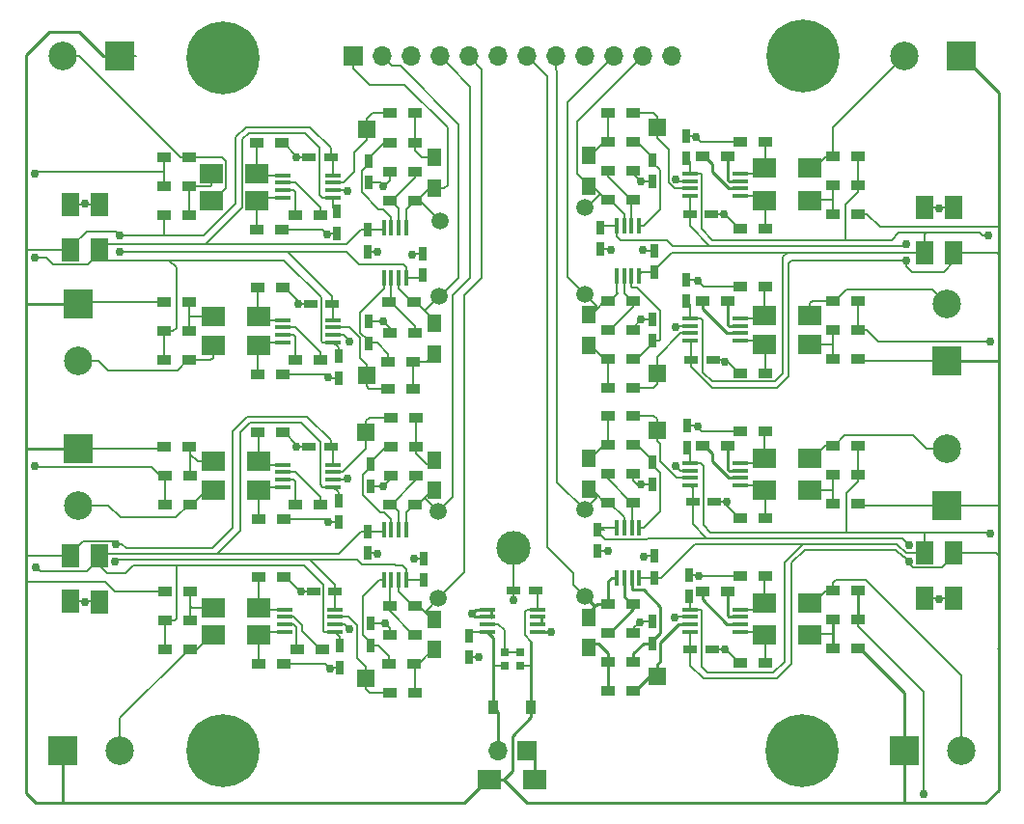
<source format=gbr>
G04 #@! TF.FileFunction,Copper,L1,Top,Signal*
%FSLAX46Y46*%
G04 Gerber Fmt 4.6, Leading zero omitted, Abs format (unit mm)*
G04 Created by KiCad (PCBNEW 4.0.6) date Fri Mar 31 14:00:58 2017*
%MOMM*%
%LPD*%
G01*
G04 APERTURE LIST*
%ADD10C,0.088900*%
%ADD11R,1.450000X0.450000*%
%ADD12R,1.200000X0.900000*%
%ADD13R,1.600000X2.000000*%
%ADD14R,2.000000X1.700000*%
%ADD15R,1.200000X0.750000*%
%ADD16R,0.450000X1.450000*%
%ADD17R,0.900000X1.200000*%
%ADD18R,0.640000X0.700000*%
%ADD19R,1.700000X1.700000*%
%ADD20O,1.700000X1.700000*%
%ADD21C,6.400000*%
%ADD22R,1.500000X1.500000*%
%ADD23C,1.500000*%
%ADD24C,3.000000*%
%ADD25R,0.750000X1.200000*%
%ADD26R,1.300000X1.500000*%
%ADD27C,2.500000*%
%ADD28R,2.500000X2.500000*%
%ADD29C,0.754380*%
%ADD30C,0.203200*%
%ADD31C,0.254000*%
G04 APERTURE END LIST*
D10*
D11*
X147660000Y-126025000D03*
X147660000Y-126675000D03*
X147660000Y-127325000D03*
X147660000Y-127975000D03*
X152060000Y-127975000D03*
X152060000Y-127325000D03*
X152060000Y-126675000D03*
X152060000Y-126025000D03*
D12*
X169884999Y-105282997D03*
X172084999Y-105282997D03*
D13*
X113665000Y-90456000D03*
X113665000Y-94456000D03*
D12*
X121496000Y-86360000D03*
X119296000Y-86360000D03*
X130853000Y-104140000D03*
X133053000Y-104140000D03*
D14*
X127603000Y-113029999D03*
X123603000Y-113029999D03*
D15*
X133919000Y-111760000D03*
X132019000Y-111760000D03*
D12*
X119422999Y-124460000D03*
X121622999Y-124460000D03*
D16*
X140542080Y-119031548D03*
X139892080Y-119031548D03*
X139242080Y-119031548D03*
X138592080Y-119031548D03*
X138592080Y-123431548D03*
X139242080Y-123431548D03*
X139892080Y-123431548D03*
X140542080Y-123431548D03*
D11*
X169839999Y-102447998D03*
X169839999Y-101797998D03*
X169839999Y-101147998D03*
X169839999Y-100497998D03*
X165439999Y-100497998D03*
X165439999Y-101147998D03*
X165439999Y-101797998D03*
X165439999Y-102447998D03*
D12*
X177970001Y-124332999D03*
X180170001Y-124332999D03*
D17*
X151510000Y-134620000D03*
X148210000Y-134620000D03*
D18*
X150560000Y-129740500D03*
X149160000Y-129740500D03*
X149160000Y-130990500D03*
X150560000Y-130990500D03*
D19*
X151130000Y-138430000D03*
D20*
X148590000Y-138430000D03*
D21*
X175387000Y-77470000D03*
X124460000Y-77597000D03*
X175260000Y-138430000D03*
X124460000Y-138430000D03*
D19*
X135890001Y-77470000D03*
D20*
X138430001Y-77470000D03*
X140970001Y-77470000D03*
X143510001Y-77470000D03*
X146050001Y-77470000D03*
X148590001Y-77470000D03*
X151130001Y-77470000D03*
X153670001Y-77470000D03*
X156210001Y-77470000D03*
X158750001Y-77470000D03*
X161290001Y-77470000D03*
X163830001Y-77470000D03*
D22*
X137066180Y-83908953D03*
D23*
X143510000Y-91948000D03*
D22*
X137066180Y-105498947D03*
D23*
X143416182Y-98513948D03*
D22*
X137027087Y-110436549D03*
D23*
X143377082Y-117421552D03*
D22*
X137027082Y-132026546D03*
D23*
X143377082Y-125041550D03*
D22*
X162557509Y-131861607D03*
D23*
X156207512Y-124876607D03*
D22*
X162557511Y-110271612D03*
D23*
X156207510Y-117256614D03*
D22*
X162544473Y-105326266D03*
D23*
X156194471Y-98341265D03*
D22*
X162544471Y-83736263D03*
D23*
X156194478Y-90721268D03*
D14*
X151860000Y-140970000D03*
X147860000Y-140970000D03*
D24*
X149987000Y-120650000D03*
D12*
X160469469Y-87546264D03*
X158269469Y-87546264D03*
X158269472Y-90086264D03*
X160469472Y-90086264D03*
X169884999Y-92582997D03*
X172084999Y-92582997D03*
X177970000Y-88772999D03*
X180170000Y-88772999D03*
X177970002Y-86233001D03*
X180170002Y-86233001D03*
X160469476Y-85006261D03*
X158269476Y-85006261D03*
X158269472Y-82466266D03*
X160469472Y-82466266D03*
X168740000Y-86232999D03*
X166540000Y-86232999D03*
X172084999Y-84962997D03*
X169884999Y-84962997D03*
X180170001Y-91313001D03*
X177970001Y-91313001D03*
X160448973Y-101516263D03*
X158248973Y-101516263D03*
X158269474Y-98976268D03*
X160469474Y-98976268D03*
X177970002Y-101473004D03*
X180170002Y-101473004D03*
X178013000Y-98932998D03*
X180213000Y-98932998D03*
X160469476Y-104056265D03*
X158269476Y-104056265D03*
X158269470Y-106596266D03*
X160469470Y-106596266D03*
X168740000Y-98933002D03*
X166540000Y-98933002D03*
X172084999Y-97663000D03*
X169884999Y-97663000D03*
X180170000Y-104012999D03*
X177970000Y-104012999D03*
X160482513Y-114081614D03*
X158282513Y-114081614D03*
X158282508Y-116621613D03*
X160482508Y-116621613D03*
X169884999Y-117982997D03*
X172084999Y-117982997D03*
X177970000Y-114173000D03*
X180170000Y-114173000D03*
X177970002Y-111633001D03*
X180170002Y-111633001D03*
X160482508Y-111541613D03*
X158282508Y-111541613D03*
X158282515Y-109001612D03*
X160482515Y-109001612D03*
X168739999Y-111633002D03*
X166539999Y-111633002D03*
X172084999Y-110362997D03*
X169884999Y-110362997D03*
X180170002Y-116712999D03*
X177970002Y-116712999D03*
X160482508Y-128051611D03*
X158282508Y-128051611D03*
X158282509Y-125511613D03*
X160482509Y-125511613D03*
X169884999Y-130682997D03*
X172084999Y-130682997D03*
X177969999Y-126873000D03*
X180169999Y-126873000D03*
X160482509Y-130591608D03*
X158282509Y-130591608D03*
X158282516Y-133131611D03*
X160482516Y-133131611D03*
X168740000Y-124460000D03*
X166540000Y-124460000D03*
X172084999Y-123062999D03*
X169884999Y-123062999D03*
X180169998Y-129412999D03*
X177969998Y-129412999D03*
X139102082Y-128216547D03*
X141302082Y-128216547D03*
X141302084Y-125676549D03*
X139102084Y-125676549D03*
X129835000Y-123189999D03*
X127635000Y-123189999D03*
X121622999Y-127000001D03*
X119422999Y-127000001D03*
X121622997Y-129540001D03*
X119422997Y-129540001D03*
X139081585Y-130756548D03*
X141281585Y-130756548D03*
X141302082Y-133296546D03*
X139102082Y-133296546D03*
X130980000Y-129540000D03*
X133180000Y-129540000D03*
X127635000Y-130810003D03*
X129835000Y-130810003D03*
X139186086Y-114246552D03*
X141386086Y-114246552D03*
X141305515Y-116786549D03*
X139105515Y-116786549D03*
X129708002Y-110490006D03*
X127508002Y-110490006D03*
X121623001Y-114300002D03*
X119423001Y-114300002D03*
X121623000Y-116840000D03*
X119423000Y-116840000D03*
X139229081Y-111706552D03*
X141429081Y-111706552D03*
X141429083Y-109166550D03*
X139229083Y-109166550D03*
X130852999Y-116840002D03*
X133052999Y-116840002D03*
X127635001Y-118110002D03*
X129835001Y-118110002D03*
X119296000Y-111760001D03*
X121496000Y-111760001D03*
X121496000Y-101600000D03*
X119296000Y-101600000D03*
X121496000Y-104140000D03*
X119296000Y-104140000D03*
X119296000Y-99060000D03*
X121496000Y-99060000D03*
X139108000Y-87630000D03*
X141308000Y-87630000D03*
X141308000Y-90170000D03*
X139108000Y-90170000D03*
X121496000Y-88900000D03*
X119296000Y-88900000D03*
X141308000Y-82423000D03*
X139108000Y-82423000D03*
X130853000Y-91440000D03*
X133053000Y-91440000D03*
X127424000Y-92710000D03*
X129624000Y-92710000D03*
X139108000Y-85090000D03*
X141308000Y-85090000D03*
X138981000Y-104267000D03*
X141181000Y-104267000D03*
X141181000Y-106680000D03*
X138981000Y-106680000D03*
X129741000Y-97790000D03*
X127541000Y-97790000D03*
X141224000Y-99060000D03*
X139024000Y-99060000D03*
X139108000Y-101727000D03*
X141308000Y-101727000D03*
X129624000Y-85090000D03*
X127424000Y-85090000D03*
D11*
X169840000Y-89748000D03*
X169840000Y-89098000D03*
X169840000Y-88448000D03*
X169840000Y-87798000D03*
X165440000Y-87798000D03*
X165440000Y-88448000D03*
X165440000Y-89098000D03*
X165440000Y-89748000D03*
D16*
X159029472Y-96731264D03*
X159679472Y-96731264D03*
X160329472Y-96731264D03*
X160979472Y-96731264D03*
X160979472Y-92331264D03*
X160329472Y-92331264D03*
X159679472Y-92331264D03*
X159029472Y-92331264D03*
D11*
X169840000Y-115148000D03*
X169840000Y-114498000D03*
X169840000Y-113848000D03*
X169840000Y-113198000D03*
X165440000Y-113198000D03*
X165440000Y-113848000D03*
X165440000Y-114498000D03*
X165440000Y-115148000D03*
D16*
X159042507Y-123266609D03*
X159692507Y-123266609D03*
X160342507Y-123266609D03*
X160992507Y-123266609D03*
X160992507Y-118866609D03*
X160342507Y-118866609D03*
X159692507Y-118866609D03*
X159042507Y-118866609D03*
D11*
X169840001Y-127975000D03*
X169840001Y-127325000D03*
X169840001Y-126675000D03*
X169840001Y-126025000D03*
X165440001Y-126025000D03*
X165440001Y-126675000D03*
X165440001Y-127325000D03*
X165440001Y-127975000D03*
X129880000Y-126025000D03*
X129880000Y-126675000D03*
X129880000Y-127325000D03*
X129880000Y-127975000D03*
X134280000Y-127975000D03*
X134280000Y-127325000D03*
X134280000Y-126675000D03*
X134280000Y-126025000D03*
X129753001Y-113324999D03*
X129753001Y-113974999D03*
X129753001Y-114624999D03*
X129753001Y-115274999D03*
X134153001Y-115274999D03*
X134153001Y-114624999D03*
X134153001Y-113974999D03*
X134153001Y-113324999D03*
X129752999Y-87925000D03*
X129752999Y-88575000D03*
X129752999Y-89225000D03*
X129752999Y-89875000D03*
X134152999Y-89875000D03*
X134152999Y-89225000D03*
X134152999Y-88575000D03*
X134152999Y-87925000D03*
X129753002Y-100624998D03*
X129753002Y-101274998D03*
X129753002Y-101924998D03*
X129753002Y-102574998D03*
X134153002Y-102574998D03*
X134153002Y-101924998D03*
X134153002Y-101274998D03*
X134153002Y-100624998D03*
D16*
X140548000Y-92542000D03*
X139898000Y-92542000D03*
X139248000Y-92542000D03*
X138598000Y-92542000D03*
X138598000Y-96942000D03*
X139248000Y-96942000D03*
X139898000Y-96942000D03*
X140548000Y-96942000D03*
D25*
X146050000Y-130236000D03*
X146050000Y-128336000D03*
D15*
X151889499Y-124333000D03*
X149989499Y-124333000D03*
D25*
X162163472Y-86596264D03*
X162163472Y-88496264D03*
X162163477Y-102466268D03*
X162163477Y-100566268D03*
X157607000Y-92522000D03*
X157607000Y-94422000D03*
D15*
X165420000Y-91313000D03*
X167320000Y-91313000D03*
X165547000Y-104140000D03*
X167447000Y-104140000D03*
D25*
X162176513Y-113131612D03*
X162176513Y-115031612D03*
X162176511Y-129001607D03*
X162176511Y-127101607D03*
X157353000Y-119004000D03*
X157353000Y-120904000D03*
D15*
X165674000Y-116586000D03*
X167574000Y-116586000D03*
X165481000Y-129540000D03*
X167381000Y-129540000D03*
D25*
X137408080Y-129166551D03*
X137408080Y-127266551D03*
X137408081Y-113296548D03*
X137408081Y-115196548D03*
X142113000Y-123444000D03*
X142113000Y-121544000D03*
D15*
X134300000Y-124460000D03*
X132400000Y-124460000D03*
D25*
X137287000Y-86680000D03*
X137287000Y-88580000D03*
X141986000Y-96708000D03*
X141986000Y-94808000D03*
D15*
X134046000Y-99187000D03*
X132146000Y-99187000D03*
X133919000Y-86360000D03*
X132019000Y-86360000D03*
D25*
X137287000Y-102677000D03*
X137287000Y-100777000D03*
D13*
X111125000Y-94456000D03*
X111125000Y-90456000D03*
D26*
X143035178Y-89068953D03*
X143035178Y-86368953D03*
D14*
X127476000Y-90170000D03*
X123476000Y-90170000D03*
X127476000Y-87757000D03*
X123476000Y-87757000D03*
D26*
X143002000Y-100932000D03*
X143002000Y-103632000D03*
D14*
X127603000Y-102870000D03*
X123603000Y-102870000D03*
X127603000Y-100330000D03*
X123603000Y-100330000D03*
D25*
X134493000Y-93025000D03*
X134493000Y-91125000D03*
X134620000Y-105725000D03*
X134620000Y-103825000D03*
X137160000Y-94610000D03*
X137160000Y-92710000D03*
D13*
X111125000Y-121317000D03*
X111125000Y-125317000D03*
D26*
X142996080Y-115596549D03*
X142996080Y-112896549D03*
D14*
X127603002Y-115569998D03*
X123603002Y-115569998D03*
D26*
X142996082Y-126866550D03*
X142996082Y-129566550D03*
D14*
X127603000Y-128269998D03*
X123603000Y-128269998D03*
X127603000Y-125857002D03*
X123603000Y-125857002D03*
D25*
X134620000Y-118364000D03*
X134620000Y-116464000D03*
X134747000Y-131125000D03*
X134747000Y-129225000D03*
X137160000Y-121092000D03*
X137160000Y-119192000D03*
D13*
X113665000Y-125349000D03*
X113665000Y-121349000D03*
X188595000Y-121063000D03*
X188595000Y-125063000D03*
D26*
X156588514Y-126699110D03*
X156588514Y-129399110D03*
D14*
X171989999Y-125476000D03*
X175989999Y-125476000D03*
X171989998Y-128270000D03*
X175989998Y-128270000D03*
D26*
X156588505Y-115431611D03*
X156588505Y-112731611D03*
D14*
X171990000Y-112776000D03*
X175990000Y-112776000D03*
X171990001Y-115570000D03*
X175990001Y-115570000D03*
D25*
X165354000Y-123002000D03*
X165354000Y-124902000D03*
X165227000Y-109921000D03*
X165227000Y-111821000D03*
X162306000Y-121351000D03*
X162306000Y-123251000D03*
D13*
X186055000Y-125063000D03*
X186055000Y-121063000D03*
X188595000Y-94710000D03*
X188595000Y-90710000D03*
D26*
X156575472Y-100166269D03*
X156575472Y-102866269D03*
D14*
X171989998Y-100203001D03*
X175989998Y-100203001D03*
X171990001Y-102742998D03*
X175990001Y-102742998D03*
D26*
X156575475Y-88896266D03*
X156575475Y-86196266D03*
D14*
X171990000Y-87249000D03*
X175990000Y-87249000D03*
X171990001Y-90170000D03*
X175990001Y-90170000D03*
D25*
X165100000Y-97094000D03*
X165100000Y-98994000D03*
X165100000Y-84521000D03*
X165100000Y-86421000D03*
X162306000Y-94554000D03*
X162306000Y-96454000D03*
D13*
X186055000Y-90710000D03*
X186055000Y-94710000D03*
D12*
X119296000Y-91440000D03*
X121496000Y-91440000D03*
X127551000Y-105410000D03*
X129751000Y-105410000D03*
D27*
X184230000Y-77470000D03*
D28*
X189230000Y-77470000D03*
D27*
X187960000Y-99186998D03*
D28*
X187960000Y-104186998D03*
D27*
X189230000Y-138430000D03*
D28*
X184230000Y-138430000D03*
D27*
X115443000Y-138430000D03*
D28*
X110443000Y-138430000D03*
D27*
X111759998Y-116887001D03*
D28*
X111759998Y-111887001D03*
D27*
X111760000Y-104187000D03*
D28*
X111760000Y-99187000D03*
D27*
X110443000Y-77470000D03*
D28*
X115443000Y-77470000D03*
D27*
X187959999Y-111887001D03*
D28*
X187959999Y-116887001D03*
D29*
X146875500Y-130175000D03*
X149987000Y-125222001D03*
X161290000Y-94488000D03*
X158496000Y-94488000D03*
X165989000Y-84582000D03*
X168402000Y-91313000D03*
X166116002Y-97155000D03*
X168529000Y-104267000D03*
X166116000Y-109982000D03*
X168656000Y-116586000D03*
X161417000Y-121412000D03*
X158242000Y-120904000D03*
X166243000Y-123063000D03*
X168529000Y-129540000D03*
X133857998Y-131191000D03*
X131318000Y-124460000D03*
X138049000Y-121158000D03*
X141224000Y-121539000D03*
X133731000Y-118364000D03*
X130937000Y-111760000D03*
X133731000Y-105663988D03*
X131064000Y-99187000D03*
X138049000Y-94615000D03*
X141097000Y-94869000D03*
X133604000Y-93091000D03*
X130937000Y-86360000D03*
X164210795Y-88254934D03*
X187325000Y-90805000D03*
X112395000Y-90424000D03*
X138557000Y-88900000D03*
X135590309Y-102501086D03*
X135382000Y-89281000D03*
X135382000Y-114554000D03*
X112395000Y-125349000D03*
X135559992Y-127762000D03*
X187325000Y-125095001D03*
X164211000Y-101219000D03*
X164160008Y-113411000D03*
X164084000Y-126746000D03*
X161036000Y-127127000D03*
X138684000Y-127254000D03*
X138557000Y-115189000D03*
X138557000Y-100711000D03*
X161162990Y-100584000D03*
X161163000Y-88496264D03*
X161163000Y-115031612D03*
X153289000Y-128016000D03*
X146304000Y-126365000D03*
X115384275Y-94636600D03*
X115443000Y-93218000D03*
X115020020Y-121793000D03*
X115062000Y-120269000D03*
X184658032Y-121814600D03*
X184658000Y-120352809D03*
X184404000Y-93980000D03*
X184404000Y-95377000D03*
X191643000Y-93218002D03*
X107950000Y-95123000D03*
X108077000Y-122301000D03*
X191770000Y-119380000D03*
X107950000Y-87757000D03*
X107950000Y-113411000D03*
X191770000Y-102489000D03*
X185928000Y-142240000D03*
D30*
X149989499Y-124333000D02*
X149989499Y-120652499D01*
X149989499Y-120652499D02*
X149987000Y-120650000D01*
X146814500Y-130236000D02*
X146875500Y-130175000D01*
X146050000Y-130236000D02*
X146814500Y-130236000D01*
X149989500Y-124333001D02*
X149989501Y-125219501D01*
X149989501Y-125219501D02*
X149987000Y-125222001D01*
X162306000Y-94554000D02*
X161356000Y-94554000D01*
X161356000Y-94554000D02*
X161290000Y-94488000D01*
X158562000Y-94554000D02*
X158496000Y-94488000D01*
X158430000Y-94422000D02*
X158496000Y-94488000D01*
X157607000Y-94422000D02*
X158430000Y-94422000D01*
X165100000Y-84521000D02*
X165928000Y-84521000D01*
X166366189Y-84959189D02*
X165989000Y-84582000D01*
X166369997Y-84962997D02*
X166366189Y-84959189D01*
X169884999Y-84962997D02*
X166369997Y-84962997D01*
X165928000Y-84521000D02*
X165989000Y-84582000D01*
X168465002Y-91313000D02*
X168402000Y-91313000D01*
X169734999Y-92582997D02*
X168465002Y-91313000D01*
X169884999Y-92582997D02*
X169734999Y-92582997D01*
X167320000Y-91313000D02*
X168402000Y-91313000D01*
X165100000Y-97094000D02*
X166055002Y-97094000D01*
X166055002Y-97094000D02*
X166116002Y-97155000D01*
X166493191Y-97532189D02*
X166116002Y-97155000D01*
X166624002Y-97663000D02*
X166493191Y-97532189D01*
X169884999Y-97663000D02*
X166624002Y-97663000D01*
X168402000Y-104140000D02*
X168529000Y-104267000D01*
X168719002Y-104267000D02*
X168529000Y-104267000D01*
X169884999Y-105282997D02*
X169734999Y-105282997D01*
X167447000Y-104140000D02*
X168402000Y-104140000D01*
X169734999Y-105282997D02*
X168719002Y-104267000D01*
X166055000Y-109921000D02*
X166116000Y-109982000D01*
X165227000Y-109921000D02*
X166055000Y-109921000D01*
X166493189Y-110359189D02*
X166116000Y-109982000D01*
X166496997Y-110362997D02*
X166493189Y-110359189D01*
X169884999Y-110362997D02*
X166496997Y-110362997D01*
X168656000Y-116903998D02*
X168656000Y-116586000D01*
X169734999Y-117982997D02*
X168656000Y-116903998D01*
X169884999Y-117982997D02*
X169734999Y-117982997D01*
X167574000Y-116586000D02*
X168656000Y-116586000D01*
X162306000Y-121351000D02*
X161478000Y-121351000D01*
X161478000Y-121351000D02*
X161417000Y-121412000D01*
X157353000Y-120904000D02*
X158242000Y-120904000D01*
X166182000Y-123002000D02*
X166243000Y-123063000D01*
X165354000Y-123002000D02*
X166182000Y-123002000D01*
X166776427Y-123063000D02*
X166243000Y-123063000D01*
X169884999Y-123062999D02*
X166776427Y-123063000D01*
X168592002Y-129540000D02*
X168529000Y-129540000D01*
X169734999Y-130682997D02*
X168592002Y-129540000D01*
X169884999Y-130682997D02*
X169734999Y-130682997D01*
X167381000Y-129540000D02*
X168529000Y-129540000D01*
X133923998Y-131125000D02*
X133857998Y-131191000D01*
X134747000Y-131125000D02*
X133923998Y-131125000D01*
X133477001Y-130810003D02*
X133480809Y-130813811D01*
X129835000Y-130810003D02*
X133477001Y-130810003D01*
X133480809Y-130813811D02*
X133857998Y-131191000D01*
X129985000Y-123189999D02*
X131255001Y-124460000D01*
X129835000Y-123189999D02*
X129985000Y-123189999D01*
X132400000Y-124460000D02*
X131318000Y-124460000D01*
X131255001Y-124460000D02*
X131318000Y-124460000D01*
X137160000Y-121092000D02*
X137983000Y-121092000D01*
X137983000Y-121092000D02*
X138049000Y-121158000D01*
X141229000Y-121544000D02*
X141224000Y-121539000D01*
X142113000Y-121544000D02*
X141229000Y-121544000D01*
X133477002Y-118110002D02*
X133731000Y-118364000D01*
X129835001Y-118110002D02*
X133477002Y-118110002D01*
X134620000Y-118364000D02*
X133731000Y-118364000D01*
X130937000Y-111569004D02*
X130937000Y-111760000D01*
X129858002Y-110490006D02*
X130937000Y-111569004D01*
X129708002Y-110490006D02*
X129858002Y-110490006D01*
X130810000Y-111760000D02*
X130937000Y-111760000D01*
X132019000Y-111760000D02*
X130810000Y-111760000D01*
X133477012Y-105410000D02*
X133731000Y-105663988D01*
X129751000Y-105410000D02*
X133477012Y-105410000D01*
X133792012Y-105725000D02*
X133731000Y-105663988D01*
X134620000Y-105725000D02*
X133792012Y-105725000D01*
X131064000Y-98963000D02*
X131064000Y-99187000D01*
X129891000Y-97790000D02*
X131064000Y-98963000D01*
X129741000Y-97790000D02*
X129891000Y-97790000D01*
X132146000Y-99187000D02*
X131064000Y-99187000D01*
X137160000Y-94610000D02*
X138044000Y-94610000D01*
X138044000Y-94610000D02*
X138049000Y-94615000D01*
X141986000Y-94808000D02*
X141158000Y-94808000D01*
X141158000Y-94808000D02*
X141097000Y-94869000D01*
X133670000Y-93025000D02*
X133604000Y-93091000D01*
X134493000Y-93025000D02*
X133670000Y-93025000D01*
X133226811Y-92713811D02*
X133604000Y-93091000D01*
X133223000Y-92710000D02*
X133226811Y-92713811D01*
X129624000Y-92710000D02*
X133223000Y-92710000D01*
X130937000Y-86253000D02*
X130937000Y-86360000D01*
X129774000Y-85090000D02*
X130937000Y-86253000D01*
X129624000Y-85090000D02*
X129774000Y-85090000D01*
X132019000Y-86360000D02*
X130937000Y-86360000D01*
X165440000Y-88448000D02*
X164403861Y-88448000D01*
X164403861Y-88448000D02*
X164210795Y-88254934D01*
X188595000Y-90710000D02*
X187420000Y-90710000D01*
X187420000Y-90710000D02*
X187325000Y-90805000D01*
X186055000Y-90710000D02*
X187230000Y-90710000D01*
X187230000Y-90710000D02*
X187325000Y-90805000D01*
X111125000Y-90456000D02*
X112363000Y-90456000D01*
X112363000Y-90456000D02*
X112395000Y-90424000D01*
X113665000Y-90456000D02*
X112427000Y-90456000D01*
X112427000Y-90456000D02*
X112395000Y-90424000D01*
X139108000Y-88349000D02*
X138934189Y-88522811D01*
X139108000Y-87630000D02*
X139108000Y-88349000D01*
X138237000Y-88580000D02*
X138557000Y-88900000D01*
X138934189Y-88522811D02*
X138557000Y-88900000D01*
X137287000Y-88580000D02*
X138237000Y-88580000D01*
X137160000Y-100716000D02*
X138552000Y-100716000D01*
X138552000Y-100716000D02*
X138557000Y-100711000D01*
X135081202Y-101924998D02*
X135590309Y-102434105D01*
X134153002Y-101924998D02*
X135081202Y-101924998D01*
X135590309Y-102434105D02*
X135590309Y-102501086D01*
X134152999Y-89225000D02*
X135326000Y-89225000D01*
X135326000Y-89225000D02*
X135382000Y-89281000D01*
X134153001Y-114624999D02*
X135311001Y-114624999D01*
X135311001Y-114624999D02*
X135382000Y-114554000D01*
X113665000Y-125316998D02*
X112427002Y-125316998D01*
X112427002Y-125316998D02*
X112395000Y-125349000D01*
X111124998Y-125317000D02*
X112363000Y-125317000D01*
X112363000Y-125317000D02*
X112395000Y-125349000D01*
X135122992Y-127325000D02*
X135559992Y-127762000D01*
X134280000Y-127325000D02*
X135122992Y-127325000D01*
X186055000Y-125062999D02*
X187293000Y-125063001D01*
X187293000Y-125063001D02*
X187325000Y-125095001D01*
X188594999Y-125063000D02*
X187357000Y-125063000D01*
X187357000Y-125063000D02*
X187325000Y-125095001D01*
X164282002Y-101147998D02*
X164211000Y-101219000D01*
X165439999Y-101147998D02*
X164282002Y-101147998D01*
X165440000Y-113848000D02*
X164597008Y-113848000D01*
X164597008Y-113848000D02*
X164160008Y-113411000D01*
X165440001Y-126675000D02*
X164155000Y-126675000D01*
X164155000Y-126675000D02*
X164084000Y-126746000D01*
X162176511Y-127101607D02*
X161061393Y-127101607D01*
X161061393Y-127101607D02*
X161036000Y-127127000D01*
X160482508Y-128051611D02*
X160482508Y-127680492D01*
X160482508Y-127680492D02*
X161036000Y-127127000D01*
X139102082Y-128216547D02*
X139102082Y-127672082D01*
X139102082Y-127672082D02*
X138684000Y-127254000D01*
X137408080Y-127266551D02*
X138671449Y-127266551D01*
X138671449Y-127266551D02*
X138684000Y-127254000D01*
X137408081Y-115196548D02*
X138549452Y-115196548D01*
X138549452Y-115196548D02*
X138557000Y-115189000D01*
X139186086Y-114246552D02*
X139186086Y-114559914D01*
X139186086Y-114559914D02*
X138557000Y-115189000D01*
X138529047Y-100738953D02*
X138557000Y-100711000D01*
X139141175Y-101688949D02*
X139141175Y-101295175D01*
X139141175Y-101295175D02*
X138557000Y-100711000D01*
X162163477Y-100566268D02*
X161180722Y-100566268D01*
X161180722Y-100566268D02*
X161162990Y-100584000D01*
X160448973Y-101516263D02*
X160448973Y-101298017D01*
X160448973Y-101298017D02*
X161162990Y-100584000D01*
X160448973Y-101516263D02*
X160598973Y-101516263D01*
X162163472Y-88496264D02*
X161163000Y-88496264D01*
X160469469Y-87546264D02*
X160469469Y-87802733D01*
X160469469Y-87802733D02*
X161163000Y-88496264D01*
X161163000Y-115031612D02*
X160779311Y-115031612D01*
X162176513Y-115031612D02*
X161163000Y-115031612D01*
X160482513Y-114734814D02*
X160482513Y-114081614D01*
X160779311Y-115031612D02*
X160482513Y-114734814D01*
D31*
X152060000Y-127975000D02*
X153248000Y-127975000D01*
X153248000Y-127975000D02*
X153289000Y-128016000D01*
X146614000Y-126675000D02*
X146304000Y-126365000D01*
X147660000Y-126675000D02*
X146614000Y-126675000D01*
X147660000Y-126025000D02*
X146644000Y-126025000D01*
X146644000Y-126025000D02*
X146304000Y-126365000D01*
X148000000Y-126066000D02*
X147500000Y-126066000D01*
X148000000Y-126716000D02*
X148000000Y-126066000D01*
D30*
X141308000Y-85090000D02*
X141308000Y-85743200D01*
X141308000Y-85743200D02*
X141933753Y-86368953D01*
X141933753Y-86368953D02*
X142181978Y-86368953D01*
X142181978Y-86368953D02*
X143035178Y-86368953D01*
X141308000Y-82423000D02*
X141308000Y-85090000D01*
X143035178Y-86768953D02*
X143035178Y-86543953D01*
X129752999Y-89875000D02*
X127771000Y-89875000D01*
X127476000Y-90170000D02*
X127476000Y-92658000D01*
X127771000Y-89875000D02*
X127476000Y-90170000D01*
X127476000Y-92658000D02*
X127424000Y-92710000D01*
X121496000Y-88900000D02*
X123386200Y-88900000D01*
X123386200Y-88900000D02*
X123476000Y-88810200D01*
X123476000Y-88810200D02*
X123476000Y-87757000D01*
X121496000Y-91440000D02*
X121496000Y-90786800D01*
X121496000Y-90786800D02*
X121496000Y-88900000D01*
X127551000Y-105410000D02*
X127551000Y-102922000D01*
X127551000Y-102922000D02*
X127603000Y-102870000D01*
X129753002Y-102574998D02*
X127898002Y-102574998D01*
X127898002Y-102574998D02*
X127603000Y-102870000D01*
X138598000Y-96942000D02*
X138598000Y-97870200D01*
X137983200Y-102616000D02*
X138981000Y-103613800D01*
X138598000Y-97870200D02*
X136525000Y-99943200D01*
X136525000Y-99943200D02*
X136525000Y-101727000D01*
X136525000Y-101727000D02*
X137160000Y-102362000D01*
X137160000Y-102362000D02*
X137160000Y-102616000D01*
X137160000Y-102616000D02*
X137983200Y-102616000D01*
X138981000Y-103613800D02*
X138981000Y-104267000D01*
D31*
X152400000Y-127366000D02*
X152400000Y-126716000D01*
D30*
X143510000Y-91948000D02*
X141732000Y-90170000D01*
X141732000Y-90170000D02*
X141308000Y-90170000D01*
X143035178Y-89068953D02*
X143888378Y-89068953D01*
X144166178Y-88791153D02*
X144166178Y-83745007D01*
X143888378Y-89068953D02*
X144166178Y-88791153D01*
X141308000Y-90170000D02*
X141458000Y-90170000D01*
X141458000Y-90170000D02*
X142559047Y-89068953D01*
X142559047Y-89068953D02*
X143035178Y-89068953D01*
X140548000Y-92542000D02*
X140548000Y-92497000D01*
X140548000Y-92497000D02*
X140589000Y-92456000D01*
X140589000Y-92456000D02*
X140589000Y-90889000D01*
X140589000Y-90889000D02*
X141308000Y-90170000D01*
X135890001Y-78523200D02*
X135890001Y-77470000D01*
X140431171Y-80010000D02*
X137376801Y-80010000D01*
X144166178Y-83745007D02*
X140431171Y-80010000D01*
X137376801Y-80010000D02*
X135890001Y-78523200D01*
X143416182Y-98513948D02*
X143548052Y-98513948D01*
X145161000Y-96901000D02*
X145161000Y-83439000D01*
X145161000Y-83439000D02*
X140041999Y-78319999D01*
X143548052Y-98513948D02*
X145161000Y-96901000D01*
X140041999Y-78319999D02*
X139280000Y-78319999D01*
X139280000Y-78319999D02*
X138430001Y-77470000D01*
X142240000Y-99926000D02*
X143002000Y-100688000D01*
X141374000Y-99060000D02*
X142240000Y-99926000D01*
X142240000Y-99926000D02*
X142240000Y-99690130D01*
X142240000Y-99690130D02*
X143416182Y-98513948D01*
X141224000Y-99060000D02*
X141374000Y-99060000D01*
X143002000Y-100688000D02*
X143002000Y-100932000D01*
X141341178Y-99148951D02*
X141176751Y-99148951D01*
X141176751Y-99148951D02*
X139898000Y-97870200D01*
X139898000Y-97870200D02*
X139898000Y-96942000D01*
X137066180Y-83908953D02*
X137066180Y-82955753D01*
X137066180Y-82955753D02*
X137598933Y-82423000D01*
X137598933Y-82423000D02*
X138304800Y-82423000D01*
X138304800Y-82423000D02*
X139108000Y-82423000D01*
X134152999Y-88575000D02*
X135081199Y-88575000D01*
X135081199Y-88575000D02*
X136017000Y-87639199D01*
X136017000Y-87639199D02*
X136017000Y-85911333D01*
X136017000Y-85911333D02*
X137066180Y-84862153D01*
X137066180Y-84862153D02*
X137066180Y-83908953D01*
X137066180Y-105498947D02*
X137066180Y-104545747D01*
X137066180Y-104545747D02*
X136470594Y-103950161D01*
X136470594Y-103950161D02*
X136470594Y-102211424D01*
X136470594Y-102211424D02*
X135534168Y-101274998D01*
X135534168Y-101274998D02*
X135081202Y-101274998D01*
X135081202Y-101274998D02*
X134153002Y-101274998D01*
X137066180Y-105498947D02*
X137066180Y-106452147D01*
X137066180Y-106452147D02*
X137294033Y-106680000D01*
X137294033Y-106680000D02*
X138177800Y-106680000D01*
X138177800Y-106680000D02*
X138981000Y-106680000D01*
X152060000Y-126025000D02*
X152060000Y-124503501D01*
X152060000Y-124503501D02*
X151889499Y-124333000D01*
X150939500Y-128270000D02*
X150939500Y-126217300D01*
X150939500Y-126217300D02*
X151131800Y-126025000D01*
X151131800Y-126025000D02*
X152060000Y-126025000D01*
X151510000Y-128840500D02*
X150939500Y-128270000D01*
D31*
X151510000Y-130937000D02*
X151510000Y-128840500D01*
X151510000Y-134620000D02*
X151510000Y-130937000D01*
D30*
X151456500Y-130990500D02*
X150560000Y-130990500D01*
X151510000Y-130937000D02*
X151456500Y-130990500D01*
X136256076Y-121665998D02*
X132080000Y-121665998D01*
X139638835Y-122195592D02*
X139522827Y-122079584D01*
X140234324Y-122195592D02*
X139638835Y-122195592D01*
X140542080Y-122503348D02*
X140234324Y-122195592D01*
X136669662Y-122079584D02*
X136256076Y-121665998D01*
X140542080Y-123431548D02*
X140542080Y-122503348D01*
X139522827Y-122079584D02*
X136669662Y-122079584D01*
X180170001Y-91313001D02*
X180973201Y-91313001D01*
X191306244Y-92456000D02*
X192532000Y-92456000D01*
X180973201Y-91313001D02*
X182116200Y-92456000D01*
X182116200Y-92456000D02*
X191306244Y-92456000D01*
X165481000Y-129540000D02*
X165481000Y-130937000D01*
X165481000Y-130937000D02*
X166624000Y-132080000D01*
X166624000Y-132080000D02*
X173101000Y-132080000D01*
X173101000Y-132080000D02*
X174374811Y-130806189D01*
X175514000Y-120777000D02*
X183515000Y-120777000D01*
X174374811Y-130806189D02*
X174374811Y-121916189D01*
X183515000Y-120777000D02*
X184175411Y-121437411D01*
X174374811Y-121916189D02*
X175514000Y-120777000D01*
X184175411Y-121437411D02*
X184280843Y-121437411D01*
X184280843Y-121437411D02*
X184658032Y-121814600D01*
X133919000Y-111760000D02*
X133919000Y-111186000D01*
X133919000Y-111186000D02*
X131826000Y-109093000D01*
X131826000Y-109093000D02*
X126619000Y-109093000D01*
X115595427Y-120269000D02*
X115062000Y-120269000D01*
X126619000Y-109093000D02*
X125349000Y-110363000D01*
X125349000Y-110363000D02*
X125349000Y-118872000D01*
X125349000Y-118872000D02*
X123571000Y-120650000D01*
X115976427Y-120650000D02*
X115595427Y-120269000D01*
X123571000Y-120650000D02*
X115976427Y-120650000D01*
X133919000Y-86360000D02*
X133919000Y-85532000D01*
X133919000Y-85532000D02*
X132080000Y-83693000D01*
X132080000Y-83693000D02*
X126492000Y-83693000D01*
X126492000Y-83693000D02*
X125603000Y-84582000D01*
X125603000Y-84582000D02*
X125603000Y-90395922D01*
X125603000Y-90395922D02*
X122780922Y-93218000D01*
X122780922Y-93218000D02*
X121224000Y-93218000D01*
X121224000Y-93218000D02*
X119253000Y-93218000D01*
X135276600Y-94636600D02*
X130175000Y-94636600D01*
X130175000Y-94636600D02*
X115917702Y-94636600D01*
X134046000Y-98608800D02*
X134046000Y-98507600D01*
X134046000Y-98507600D02*
X130175000Y-94636600D01*
X140548000Y-96942000D02*
X140548000Y-96013800D01*
X140548000Y-96013800D02*
X140301601Y-95767401D01*
X140301601Y-95767401D02*
X136407401Y-95767401D01*
X136407401Y-95767401D02*
X135276600Y-94636600D01*
X115917702Y-94636600D02*
X115384275Y-94636600D01*
X119253000Y-93218000D02*
X115443000Y-93218000D01*
X119296000Y-91440000D02*
X119296000Y-93175000D01*
X119296000Y-93175000D02*
X119253000Y-93218000D01*
X119446000Y-91440000D02*
X119296000Y-91440000D01*
X115443000Y-93218000D02*
X115065811Y-92840811D01*
X115065811Y-92840811D02*
X112540189Y-92840811D01*
X111125000Y-94256000D02*
X111125000Y-94456000D01*
X112540189Y-92840811D02*
X111125000Y-94256000D01*
D31*
X192532000Y-92456000D02*
X192532000Y-80645000D01*
X189357000Y-77470000D02*
X189150000Y-77470000D01*
X192532000Y-80645000D02*
X189357000Y-77470000D01*
D30*
X107188000Y-121412000D02*
X107283000Y-121317000D01*
X107283000Y-121317000D02*
X110121800Y-121317000D01*
X110121800Y-121317000D02*
X111125000Y-121317000D01*
D31*
X107188000Y-124460000D02*
X107188000Y-123571000D01*
X107188000Y-123571000D02*
X107188000Y-122809000D01*
D30*
X119422999Y-124460000D02*
X115033971Y-124460000D01*
X115033971Y-124460000D02*
X114144971Y-123571000D01*
X114144971Y-123571000D02*
X107188000Y-123571000D01*
X115062000Y-120269000D02*
X114862599Y-120069599D01*
X114862599Y-120069599D02*
X112172401Y-120069599D01*
X111125000Y-121117000D02*
X111125000Y-121317000D01*
X112172401Y-120069599D02*
X111125000Y-121117000D01*
X111125000Y-121517000D02*
X111125000Y-121317000D01*
D31*
X107188000Y-121412000D02*
X107188000Y-111760000D01*
X107188000Y-122809000D02*
X107188000Y-121412000D01*
D30*
X132080000Y-121665998D02*
X115147022Y-121665998D01*
X134300000Y-123881800D02*
X134295802Y-123881800D01*
X134295802Y-123881800D02*
X132080000Y-121665998D01*
X115147022Y-121665998D02*
X115020020Y-121793000D01*
X115020014Y-121793006D02*
X115020020Y-121793000D01*
X115020002Y-121793018D02*
X115020020Y-121793000D01*
X184658032Y-121814600D02*
X184658032Y-121968954D01*
X184658032Y-121968954D02*
X185031479Y-122342401D01*
X185031479Y-122342401D02*
X187515599Y-122342401D01*
X187515599Y-122342401D02*
X188595000Y-121263000D01*
X188595000Y-121263000D02*
X188595000Y-121063000D01*
X184280811Y-119975620D02*
X184658000Y-120352809D01*
X166878000Y-119761000D02*
X184066191Y-119761000D01*
X184066191Y-119761000D02*
X184280811Y-119975620D01*
X187959999Y-116887001D02*
X192484999Y-116887001D01*
X192484999Y-116887001D02*
X192532000Y-116840000D01*
X166878000Y-119761000D02*
X165989000Y-119761000D01*
X165674000Y-116586000D02*
X165674000Y-118557000D01*
X165674000Y-118557000D02*
X166878000Y-119761000D01*
X157353000Y-119004000D02*
X157353000Y-119229000D01*
X157353000Y-119229000D02*
X158012000Y-119888000D01*
X158012000Y-119888000D02*
X161671000Y-119888000D01*
X161671000Y-119888000D02*
X161798000Y-119761000D01*
X161798000Y-119761000D02*
X165989000Y-119761000D01*
D31*
X192532000Y-94869000D02*
X192532000Y-94742000D01*
X192532000Y-104140000D02*
X192532000Y-94869000D01*
D30*
X192532000Y-94869000D02*
X192373000Y-94710000D01*
X192373000Y-94710000D02*
X188595000Y-94710000D01*
D31*
X192532000Y-94742000D02*
X192532000Y-92456000D01*
D30*
X188595000Y-94710000D02*
X188595000Y-94510000D01*
X184404000Y-95377000D02*
X184404000Y-95885000D01*
X184404000Y-95885000D02*
X184912000Y-96393000D01*
X184912000Y-96393000D02*
X187706000Y-96393000D01*
X187706000Y-96393000D02*
X188595000Y-95504000D01*
X188595000Y-95504000D02*
X188595000Y-94710000D01*
X184404000Y-93980000D02*
X184277000Y-94107000D01*
X184277000Y-94107000D02*
X167164588Y-94107000D01*
X184404000Y-95377000D02*
X174371000Y-95377000D01*
X174371000Y-95377000D02*
X174117000Y-95631000D01*
X173101000Y-106553000D02*
X167381800Y-106553000D01*
X174117000Y-95631000D02*
X174117000Y-105537000D01*
X165547000Y-104718200D02*
X165547000Y-104140000D01*
X174117000Y-105537000D02*
X173101000Y-106553000D01*
X167381800Y-106553000D02*
X165547000Y-104718200D01*
X187293000Y-117554000D02*
X187959999Y-116887001D01*
X163449000Y-93599000D02*
X163957000Y-94107000D01*
X163957000Y-94107000D02*
X167164588Y-94107000D01*
X159369008Y-93599000D02*
X163449000Y-93599000D01*
X159029472Y-92331264D02*
X159029472Y-93259464D01*
X159029472Y-93259464D02*
X159369008Y-93599000D01*
X165420000Y-92362412D02*
X167164588Y-94107000D01*
X165420000Y-91313000D02*
X165420000Y-92362412D01*
X188595000Y-120863000D02*
X188595000Y-121063000D01*
X134300000Y-124460000D02*
X134300000Y-123881800D01*
X134046000Y-98608800D02*
X134041800Y-98608800D01*
X134046000Y-99187000D02*
X134046000Y-98608800D01*
X119296000Y-99060000D02*
X111887000Y-99060000D01*
X111887000Y-99060000D02*
X111760000Y-99187000D01*
X107220000Y-94456000D02*
X111125000Y-94456000D01*
D31*
X107188000Y-94488000D02*
X107188000Y-77343000D01*
X107188000Y-99187000D02*
X107188000Y-94488000D01*
D30*
X107188000Y-94488000D02*
X107220000Y-94456000D01*
X134152999Y-87925000D02*
X134152999Y-86593999D01*
X134152999Y-86593999D02*
X133919000Y-86360000D01*
X140548000Y-96942000D02*
X141752000Y-96942000D01*
X141752000Y-96942000D02*
X141986000Y-96708000D01*
X115443000Y-77470000D02*
X116896200Y-77470000D01*
X134153002Y-100624998D02*
X134153002Y-99333998D01*
X134153002Y-99333998D02*
X134300000Y-99187000D01*
X134153001Y-113324999D02*
X134153001Y-111994001D01*
X134153001Y-111994001D02*
X133919000Y-111760000D01*
X134280000Y-126025000D02*
X134280000Y-124480000D01*
X134280000Y-124480000D02*
X134300000Y-124460000D01*
X142113000Y-123444000D02*
X140554532Y-123444000D01*
X140554532Y-123444000D02*
X140542080Y-123431548D01*
X165674000Y-116586000D02*
X165674000Y-115382000D01*
X165674000Y-115382000D02*
X165440000Y-115148000D01*
X188595000Y-117522002D02*
X187959999Y-116887001D01*
X165420000Y-115168000D02*
X165440000Y-115148000D01*
X159029472Y-92331264D02*
X157797736Y-92331264D01*
X157797736Y-92331264D02*
X157607000Y-92522000D01*
X157353000Y-119004000D02*
X157931200Y-119004000D01*
D31*
X192532000Y-121285000D02*
X192532000Y-116840000D01*
X192532000Y-125095000D02*
X192532000Y-121285000D01*
D30*
X192310000Y-121063000D02*
X188595000Y-121063000D01*
X192532000Y-121285000D02*
X192310000Y-121063000D01*
D31*
X192532000Y-129476500D02*
X192532000Y-125095000D01*
D30*
X159042507Y-118866609D02*
X157490391Y-118866609D01*
X157490391Y-118866609D02*
X157353000Y-119004000D01*
X165420000Y-91313000D02*
X165420000Y-89768000D01*
X165420000Y-89768000D02*
X165440000Y-89748000D01*
X165547000Y-104140000D02*
X165547000Y-102554999D01*
X165547000Y-102554999D02*
X165439999Y-102447998D01*
X165440001Y-127975000D02*
X165440001Y-129499001D01*
X165440001Y-129499001D02*
X165481000Y-129540000D01*
X111759998Y-111887001D02*
X119296002Y-111887001D01*
X119296002Y-111887001D02*
X119423002Y-111760001D01*
X165576200Y-89748000D02*
X165440000Y-89748000D01*
X165939999Y-102447998D02*
X165439999Y-102447998D01*
X187960000Y-104186998D02*
X180343999Y-104186998D01*
X180343999Y-104186998D02*
X180170000Y-104012999D01*
X187959999Y-116887001D02*
X180344004Y-116887001D01*
X180344004Y-116887001D02*
X180170002Y-116712999D01*
D31*
X184230000Y-138430000D02*
X184230000Y-133323001D01*
X184230000Y-133323001D02*
X180319998Y-129412999D01*
X180319998Y-129412999D02*
X180169998Y-129412999D01*
X110490000Y-143002000D02*
X108077000Y-143002000D01*
X145678000Y-143002000D02*
X110490000Y-143002000D01*
X110490000Y-143002000D02*
X110443000Y-142955000D01*
X110443000Y-142955000D02*
X110443000Y-138430000D01*
X184150000Y-143002000D02*
X191389000Y-143002000D01*
X151146000Y-143002000D02*
X184150000Y-143002000D01*
X184150000Y-143002000D02*
X184230000Y-142922000D01*
X184230000Y-142922000D02*
X184230000Y-138430000D01*
X109220000Y-75311000D02*
X111827000Y-75311000D01*
X111827000Y-75311000D02*
X113986000Y-77470000D01*
X113986000Y-77470000D02*
X115490000Y-77470000D01*
X107188000Y-77343000D02*
X109220000Y-75311000D01*
X192485002Y-104186998D02*
X187960000Y-104186998D01*
X192532000Y-116840000D02*
X192532000Y-104140000D01*
X192532000Y-104140000D02*
X192485002Y-104186998D01*
X192532000Y-141859000D02*
X192532000Y-129476500D01*
X192532000Y-129476500D02*
X192468501Y-129413001D01*
X107188000Y-142113000D02*
X107188000Y-124460000D01*
X107188000Y-111760000D02*
X107188000Y-99187000D01*
X107188000Y-111760000D02*
X107315001Y-111887001D01*
X107315001Y-111887001D02*
X111759998Y-111887001D01*
X107188000Y-99187000D02*
X111760000Y-99187000D01*
X180170000Y-129413001D02*
X180169998Y-129412999D01*
X147860000Y-140970000D02*
X147710000Y-140970000D01*
X147710000Y-140970000D02*
X145678000Y-143002000D01*
X108077000Y-143002000D02*
X107188000Y-142113000D01*
X149114000Y-140970000D02*
X151146000Y-143002000D01*
X191389000Y-143002000D02*
X192532000Y-141859000D01*
X147860000Y-140970000D02*
X149114000Y-140970000D01*
X149860000Y-140224000D02*
X149860000Y-137124000D01*
X149114000Y-140970000D02*
X149860000Y-140224000D01*
X149860000Y-137124000D02*
X151510000Y-135474000D01*
X151510000Y-135474000D02*
X151510000Y-134620000D01*
X148210000Y-131064000D02*
X148210000Y-128525000D01*
X148210000Y-134620000D02*
X148210000Y-131064000D01*
D30*
X148210000Y-131064000D02*
X148283500Y-130990500D01*
X148283500Y-130990500D02*
X149160000Y-130990500D01*
D31*
X148210000Y-128525000D02*
X147701000Y-128016000D01*
X147701000Y-128016000D02*
X147660000Y-127975000D01*
D30*
X147660000Y-127975000D02*
X146411000Y-127975000D01*
X146411000Y-127975000D02*
X146050000Y-128336000D01*
X186182000Y-92964000D02*
X190855571Y-92964000D01*
X190855571Y-92964000D02*
X191109573Y-93218002D01*
X191109573Y-93218002D02*
X191643000Y-93218002D01*
X183769000Y-92964000D02*
X186182000Y-92964000D01*
X186182000Y-92964000D02*
X186055000Y-93091000D01*
X186055000Y-93091000D02*
X186055000Y-94710000D01*
X179070000Y-93599000D02*
X183134000Y-93599000D01*
X183134000Y-93599000D02*
X183769000Y-92964000D01*
X186055000Y-94107000D02*
X186055000Y-94710000D01*
X165440001Y-126025000D02*
X166368201Y-126025000D01*
X166368201Y-126025000D02*
X166501599Y-126158398D01*
X166501599Y-126158398D02*
X166501599Y-131068599D01*
X166501599Y-131068599D02*
X167005000Y-131572000D01*
X173736000Y-121920000D02*
X175133000Y-120523000D01*
X167005000Y-131572000D02*
X172748918Y-131572000D01*
X172748918Y-131572000D02*
X173736000Y-130584918D01*
X173736000Y-130584918D02*
X173736000Y-121920000D01*
X175133000Y-120523000D02*
X175387000Y-120269000D01*
X134152999Y-89875000D02*
X133224799Y-89875000D01*
X126196599Y-84764479D02*
X126196599Y-90719401D01*
X133224799Y-89875000D02*
X132969000Y-89619201D01*
X132969000Y-89619201D02*
X132969000Y-85536198D01*
X132969000Y-85536198D02*
X131633802Y-84201000D01*
X131633802Y-84201000D02*
X126760078Y-84201000D01*
X126760078Y-84201000D02*
X126196599Y-84764479D01*
X126196599Y-90719401D02*
X122936000Y-93980000D01*
X134153001Y-115274999D02*
X133224801Y-115274999D01*
X133039599Y-115089797D02*
X133039599Y-111322599D01*
X125984000Y-119126000D02*
X123952000Y-121158000D01*
X133224801Y-115274999D02*
X133039599Y-115089797D01*
X131318000Y-109601000D02*
X126844086Y-109601000D01*
X133039599Y-111322599D02*
X131318000Y-109601000D01*
X126844086Y-109601000D02*
X125984000Y-110461086D01*
X125984000Y-110461086D02*
X125984000Y-119126000D01*
X119296000Y-101600000D02*
X120099200Y-101600000D01*
X120099200Y-101600000D02*
X120396000Y-101303200D01*
X119761000Y-95377000D02*
X129819427Y-95377000D01*
X120396000Y-101303200D02*
X120396000Y-96012000D01*
X120396000Y-96012000D02*
X119761000Y-95377000D01*
X133096000Y-102446196D02*
X133224802Y-102574998D01*
X129819427Y-95377000D02*
X133096000Y-98653573D01*
X133096000Y-98653573D02*
X133096000Y-102446196D01*
X133224802Y-102574998D02*
X134153002Y-102574998D01*
X119888006Y-95504000D02*
X119761006Y-95377000D01*
X119761006Y-95377000D02*
X114386000Y-95377000D01*
X114386000Y-95377000D02*
X113665000Y-94656000D01*
X137160000Y-92710000D02*
X136581800Y-92710000D01*
X136581800Y-92710000D02*
X135311800Y-93980000D01*
X135311800Y-93980000D02*
X122936000Y-93980000D01*
X114141000Y-93980000D02*
X113665000Y-94456000D01*
X122936000Y-93980000D02*
X114141000Y-93980000D01*
X109578401Y-95735401D02*
X108966000Y-95123000D01*
X108966000Y-95123000D02*
X107950000Y-95123000D01*
X113665000Y-94656000D02*
X112585599Y-95735401D01*
X112585599Y-95735401D02*
X109578401Y-95735401D01*
X113665000Y-94656000D02*
X113665000Y-94456000D01*
X108454189Y-122678189D02*
X108077000Y-122301000D01*
X113665000Y-121549000D02*
X112535811Y-122678189D01*
X112535811Y-122678189D02*
X108454189Y-122678189D01*
X113665000Y-121349000D02*
X113665000Y-121549000D01*
X186055000Y-94710000D02*
X186055000Y-94510000D01*
X120396000Y-122174000D02*
X116586000Y-122174000D01*
X116586000Y-122174000D02*
X115929409Y-122830591D01*
X113665000Y-122174000D02*
X113665000Y-121349000D01*
X115929409Y-122830591D02*
X114321591Y-122830591D01*
X114321591Y-122830591D02*
X113665000Y-122174000D01*
X131591922Y-122174000D02*
X120396000Y-122174000D01*
X119422999Y-127000001D02*
X120226199Y-127000001D01*
X120226199Y-127000001D02*
X120396000Y-126830200D01*
X120396000Y-126830200D02*
X120396000Y-122174000D01*
X113877592Y-121136408D02*
X113665000Y-121349000D01*
X115335167Y-121136408D02*
X113877592Y-121136408D01*
X115356759Y-121158000D02*
X115335167Y-121136408D01*
X123952000Y-121158000D02*
X115356759Y-121158000D01*
X134615800Y-121158000D02*
X123952000Y-121158000D01*
X134280000Y-127975000D02*
X133351800Y-127975000D01*
X133279401Y-125058521D02*
X133279401Y-123861479D01*
X133351800Y-127975000D02*
X133275599Y-127898799D01*
X133275599Y-127898799D02*
X133275599Y-125062323D01*
X133275599Y-125062323D02*
X133279401Y-125058521D01*
X133279401Y-123861479D02*
X131591922Y-122174000D01*
X137160000Y-119192000D02*
X136581800Y-119192000D01*
X136581800Y-119192000D02*
X134615800Y-121158000D01*
X167259000Y-119253000D02*
X179197000Y-119253000D01*
X179197000Y-119253000D02*
X185928000Y-119253000D01*
X179200811Y-115795389D02*
X179200811Y-119249189D01*
X179200811Y-119249189D02*
X179197000Y-119253000D01*
X185928000Y-119253000D02*
X191643000Y-119253000D01*
X185928000Y-119253000D02*
X186055000Y-119380000D01*
X186055000Y-119380000D02*
X186055000Y-121063000D01*
X165440000Y-113198000D02*
X166368200Y-113198000D01*
X166368200Y-113198000D02*
X166624000Y-113453800D01*
X166624000Y-113453800D02*
X166624000Y-118618000D01*
X166624000Y-118618000D02*
X167259000Y-119253000D01*
X191643000Y-119253000D02*
X191770000Y-119380000D01*
X175387000Y-120269000D02*
X183602430Y-120269000D01*
X183602430Y-120269000D02*
X184396430Y-121063000D01*
X184396430Y-121063000D02*
X185051800Y-121063000D01*
X185051800Y-121063000D02*
X186055000Y-121063000D01*
X173990000Y-94710000D02*
X185007000Y-94710000D01*
X185007000Y-94710000D02*
X186055000Y-94710000D01*
X162306000Y-123251000D02*
X162884200Y-123251000D01*
X162884200Y-123251000D02*
X165866200Y-120269000D01*
X165866200Y-120269000D02*
X175387000Y-120269000D01*
X167386000Y-93599000D02*
X179070000Y-93599000D01*
X179070000Y-93599000D02*
X179070000Y-90526199D01*
X179070000Y-90526199D02*
X180170000Y-89426199D01*
X180170000Y-89426199D02*
X180170000Y-88772999D01*
X167386000Y-93599000D02*
X166440599Y-92653599D01*
X166440599Y-92653599D02*
X166440599Y-90200323D01*
X166440599Y-90200323D02*
X166444401Y-90196521D01*
X166444401Y-90196521D02*
X166444401Y-87874201D01*
X166444401Y-87874201D02*
X166368200Y-87798000D01*
X166368200Y-87798000D02*
X165440000Y-87798000D01*
X173990000Y-94710000D02*
X163825000Y-94710000D01*
X173609000Y-105311918D02*
X173609000Y-95091000D01*
X173609000Y-95091000D02*
X173990000Y-94710000D01*
X167380031Y-106012401D02*
X172908517Y-106012401D01*
X172908517Y-106012401D02*
X173609000Y-105311918D01*
X180170000Y-114826200D02*
X179200811Y-115795389D01*
X180170000Y-114173000D02*
X180170000Y-114826200D01*
X119422999Y-128397000D02*
X119422999Y-129539999D01*
X119422999Y-127000001D02*
X119422999Y-128397000D01*
X113665000Y-94456000D02*
X113665000Y-94256000D01*
X119296000Y-87630000D02*
X119296000Y-88900000D01*
X119296000Y-87013200D02*
X119296000Y-87630000D01*
X119296000Y-87630000D02*
X108077000Y-87630000D01*
X108077000Y-87630000D02*
X107950000Y-87757000D01*
X119296000Y-86360000D02*
X119296000Y-87013200D01*
X119296000Y-104140000D02*
X119296000Y-101600000D01*
X119446000Y-88900000D02*
X119296000Y-88900000D01*
X137160000Y-92710000D02*
X138430000Y-92710000D01*
X138430000Y-92710000D02*
X138598000Y-92542000D01*
X134152999Y-89875000D02*
X134152999Y-90784999D01*
X134152999Y-90784999D02*
X134493000Y-91125000D01*
X134620000Y-103825000D02*
X134620000Y-103041996D01*
X134620000Y-103041996D02*
X134153002Y-102574998D01*
X119423001Y-114300002D02*
X118999002Y-114300002D01*
X118999002Y-114300002D02*
X118237000Y-113538000D01*
X118237000Y-113538000D02*
X108077000Y-113538000D01*
X108077000Y-113538000D02*
X107950000Y-113411000D01*
X134620000Y-116464000D02*
X134620000Y-115741998D01*
X134620000Y-115741998D02*
X134153001Y-115274999D01*
X134747000Y-129225000D02*
X134747000Y-128442000D01*
X134747000Y-128442000D02*
X134280000Y-127975000D01*
X119272999Y-127000001D02*
X119422999Y-127000001D01*
X137160000Y-119192000D02*
X138431628Y-119192000D01*
X138431628Y-119192000D02*
X138592080Y-119031548D01*
X186055000Y-94710000D02*
X186055000Y-94910000D01*
X163825000Y-94710000D02*
X162306000Y-96229000D01*
X162306000Y-96229000D02*
X162306000Y-96454000D01*
X162306000Y-96454000D02*
X161256736Y-96454000D01*
X161256736Y-96454000D02*
X160979472Y-96731264D01*
X186055000Y-121063000D02*
X186055000Y-121263000D01*
X160992507Y-123266609D02*
X162290391Y-123266609D01*
X162290391Y-123266609D02*
X162306000Y-123251000D01*
X165440000Y-87798000D02*
X165440000Y-86761000D01*
X165440000Y-86761000D02*
X165100000Y-86421000D01*
X165439999Y-100497998D02*
X165439999Y-99333999D01*
X165439999Y-99333999D02*
X165100000Y-98994000D01*
X167380031Y-106012401D02*
X166567599Y-105199969D01*
X166567599Y-100697398D02*
X166368199Y-100497998D01*
X166368199Y-100497998D02*
X165439999Y-100497998D01*
X166567599Y-105199969D02*
X166567599Y-100697398D01*
X165440000Y-113198000D02*
X165440000Y-112034000D01*
X165440000Y-112034000D02*
X165227000Y-111821000D01*
X180913799Y-128270000D02*
X185928000Y-133284201D01*
X180169999Y-127526200D02*
X180913799Y-128270000D01*
X165440001Y-126025000D02*
X165440001Y-124988001D01*
X165440001Y-124988001D02*
X165354000Y-124902000D01*
X119422999Y-127000001D02*
X119253000Y-127000000D01*
X119423000Y-116840000D02*
X119423001Y-114953202D01*
X119423001Y-114953202D02*
X119423001Y-114300002D01*
X119422999Y-129539999D02*
X119422997Y-129540001D01*
X160979472Y-96731264D02*
X160979472Y-96231264D01*
X180170000Y-88772999D02*
X180170000Y-86233003D01*
X180170000Y-86233003D02*
X180170002Y-86233001D01*
X188214000Y-102489000D02*
X191770000Y-102489000D01*
X181989198Y-102489000D02*
X188214000Y-102489000D01*
X180170002Y-101473004D02*
X180973202Y-101473004D01*
X180973202Y-101473004D02*
X181989198Y-102489000D01*
X185928000Y-133284201D02*
X185928000Y-142240000D01*
X180169999Y-127526200D02*
X180169999Y-126873000D01*
X180170000Y-113030000D02*
X180170000Y-112903000D01*
X180170000Y-112903000D02*
X180170000Y-111633003D01*
X180170000Y-114173000D02*
X180170000Y-113030000D01*
X180170002Y-101473004D02*
X180170002Y-98975996D01*
X180170002Y-98975996D02*
X180213000Y-98932998D01*
X180170000Y-111633003D02*
X180170002Y-111633001D01*
D31*
X180170001Y-124332999D02*
X180170001Y-126872998D01*
X180170001Y-126872998D02*
X180169999Y-126873000D01*
X148590000Y-138430000D02*
X148590000Y-135000000D01*
X148590000Y-135000000D02*
X148210000Y-134620000D01*
D30*
X141181000Y-104267000D02*
X142367000Y-104267000D01*
X142367000Y-104267000D02*
X143002000Y-103632000D01*
X141181000Y-106680000D02*
X141181000Y-104267000D01*
X141181000Y-104607600D02*
X141010700Y-104437300D01*
X143377082Y-117421552D02*
X144653000Y-116145634D01*
X144653000Y-116145634D02*
X144653000Y-98425000D01*
X144653000Y-98425000D02*
X146177000Y-96901000D01*
X146177000Y-96901000D02*
X146177000Y-80136999D01*
X144360000Y-78319999D02*
X143510001Y-77470000D01*
X146177000Y-80136999D02*
X144360000Y-78319999D01*
X140542080Y-119031548D02*
X140542080Y-117521920D01*
X140542080Y-117521920D02*
X141351000Y-116713000D01*
X141351000Y-116741064D02*
X141305515Y-116786549D01*
X141351000Y-116713000D02*
X141351000Y-116741064D01*
X142212629Y-116205000D02*
X142996080Y-115421549D01*
X141631080Y-116786549D02*
X142212629Y-116205000D01*
X142212629Y-116205000D02*
X142212629Y-116257099D01*
X142212629Y-116257099D02*
X143377082Y-117421552D01*
X141305515Y-116786549D02*
X141631080Y-116786549D01*
X142996080Y-115421549D02*
X142996080Y-115196549D01*
X142996080Y-113296549D02*
X142365878Y-113296549D01*
X141429081Y-112359752D02*
X141429081Y-111706552D01*
X142365878Y-113296549D02*
X141429081Y-112359752D01*
X141429083Y-109166550D02*
X141429083Y-111706550D01*
X141429083Y-111706550D02*
X141429081Y-111706552D01*
X127603002Y-115569998D02*
X127603002Y-118078003D01*
X127603002Y-118078003D02*
X127635001Y-118110002D01*
X129753001Y-115274999D02*
X127898001Y-115274999D01*
X127898001Y-115274999D02*
X127603002Y-115569998D01*
X113527764Y-116887001D02*
X111759998Y-116887001D01*
X115504165Y-117961409D02*
X114429757Y-116887001D01*
X120351591Y-117961409D02*
X115504165Y-117961409D01*
X114429757Y-116887001D02*
X113527764Y-116887001D01*
X121473000Y-116840000D02*
X120351591Y-117961409D01*
X121623000Y-116840000D02*
X121473000Y-116840000D01*
X123603002Y-115569998D02*
X123043002Y-115569998D01*
X121773000Y-116840000D02*
X121623000Y-116840000D01*
X123043002Y-115569998D02*
X121773000Y-116840000D01*
X137408081Y-113296548D02*
X137408081Y-113071548D01*
X138773077Y-111706552D02*
X139229081Y-111706552D01*
X137408081Y-113071548D02*
X138773077Y-111706552D01*
X139242080Y-119031548D02*
X139242080Y-118103348D01*
X139242080Y-118103348D02*
X138654682Y-117515950D01*
X138654682Y-117515950D02*
X138249561Y-117515950D01*
X138249561Y-117515950D02*
X136753680Y-116020069D01*
X136753680Y-116020069D02*
X136753680Y-114175949D01*
X136753680Y-114175949D02*
X137408081Y-113521548D01*
X137408081Y-113521548D02*
X137408081Y-113296548D01*
X127603000Y-113029999D02*
X127603000Y-110585004D01*
X127603000Y-110585004D02*
X127508002Y-110490006D01*
X129753001Y-113324999D02*
X127898000Y-113324999D01*
X127898000Y-113324999D02*
X127603000Y-113029999D01*
X121623002Y-112413201D02*
X122239800Y-113029999D01*
X122239800Y-113029999D02*
X123603000Y-113029999D01*
X121623001Y-114300002D02*
X121623002Y-112413201D01*
X121623002Y-112413201D02*
X121623002Y-111760001D01*
X143377082Y-125041550D02*
X145669000Y-122749632D01*
X145669000Y-98425000D02*
X147193000Y-96901000D01*
X145669000Y-122749632D02*
X145669000Y-98425000D01*
X147193000Y-96901000D02*
X147193000Y-78612999D01*
X147193000Y-78612999D02*
X146050001Y-77470000D01*
X141302084Y-125676549D02*
X141152084Y-125676549D01*
X141152084Y-125676549D02*
X139892080Y-124416545D01*
X139892080Y-124416545D02*
X139892080Y-124359748D01*
X139892080Y-124359748D02*
X139892080Y-123431548D01*
X142319532Y-126365000D02*
X141631081Y-125676549D01*
X142996082Y-127041550D02*
X142319532Y-126365000D01*
X142319532Y-126365000D02*
X142319532Y-126099100D01*
X142319532Y-126099100D02*
X143377082Y-125041550D01*
X142996082Y-127266550D02*
X142996082Y-127041550D01*
X141631081Y-125676549D02*
X141302084Y-125676549D01*
X141302082Y-133296546D02*
X141302082Y-130777045D01*
X141302082Y-130777045D02*
X141281585Y-130756548D01*
X141281585Y-130756548D02*
X141631084Y-130756548D01*
X141631084Y-130756548D02*
X142996082Y-129391550D01*
X142996082Y-129391550D02*
X142996082Y-129166550D01*
X127603000Y-128269998D02*
X127603000Y-130778003D01*
X127603000Y-130778003D02*
X127635000Y-130810003D01*
X129880000Y-127975000D02*
X127897998Y-127975000D01*
X127897998Y-127975000D02*
X127603000Y-128269998D01*
X121622997Y-129540001D02*
X122182997Y-129540001D01*
X123453000Y-128269998D02*
X123603000Y-128269998D01*
X122182997Y-129540001D02*
X123453000Y-128269998D01*
X115443000Y-138430000D02*
X115443000Y-135569998D01*
X115443000Y-135569998D02*
X121472997Y-129540001D01*
X121472997Y-129540001D02*
X121622997Y-129540001D01*
X139081585Y-130756548D02*
X139081585Y-130103348D01*
X139081585Y-130103348D02*
X138144788Y-129166551D01*
X138144788Y-129166551D02*
X137986280Y-129166551D01*
X137986280Y-129166551D02*
X137408080Y-129166551D01*
X136753679Y-128287150D02*
X137408080Y-128941551D01*
X138592080Y-123431548D02*
X138163880Y-123431548D01*
X138163880Y-123431548D02*
X136753679Y-124841749D01*
X136753679Y-124841749D02*
X136753679Y-128287150D01*
X137408080Y-128941551D02*
X137408080Y-129166551D01*
X127603000Y-125857002D02*
X127603000Y-123221999D01*
X127603000Y-123221999D02*
X127635000Y-123189999D01*
X129880000Y-126025000D02*
X127770998Y-126025000D01*
X127770998Y-126025000D02*
X127603000Y-125857002D01*
X121622999Y-125730000D02*
X121750001Y-125857002D01*
X121750001Y-125857002D02*
X123603000Y-125857002D01*
X121622999Y-125730000D02*
X121622999Y-127000001D01*
X121622999Y-125113200D02*
X121622999Y-125730000D01*
X121622999Y-124460000D02*
X121622999Y-125113200D01*
X156207512Y-124876607D02*
X155194000Y-123863095D01*
X155194000Y-123863095D02*
X155194000Y-122809000D01*
X155194000Y-122809000D02*
X152908000Y-120523000D01*
X152908000Y-120523000D02*
X152908000Y-79247999D01*
X152908000Y-79247999D02*
X151980000Y-78319999D01*
X151980000Y-78319999D02*
X151130001Y-77470000D01*
D31*
X158282509Y-125511613D02*
X158282509Y-123547607D01*
X158282509Y-123547607D02*
X158563507Y-123266609D01*
X158563507Y-123266609D02*
X159042507Y-123266609D01*
X157322011Y-125511613D02*
X157207018Y-125626606D01*
X157207018Y-125626606D02*
X156957511Y-125626606D01*
X156957511Y-125626606D02*
X156207512Y-124876607D01*
X156588514Y-127099110D02*
X156588514Y-126245110D01*
X156588514Y-126245110D02*
X157322011Y-125511613D01*
X157322011Y-125511613D02*
X157428509Y-125511613D01*
X157428509Y-125511613D02*
X158282509Y-125511613D01*
X158282509Y-130591608D02*
X158282509Y-129887608D01*
X158282509Y-129887608D02*
X157394011Y-128999110D01*
X157217514Y-128999110D02*
X156588514Y-128999110D01*
X157394011Y-128999110D02*
X157217514Y-128999110D01*
X158282516Y-133131611D02*
X158282516Y-130591615D01*
X158282516Y-130591615D02*
X158282509Y-130591608D01*
D30*
X171989999Y-125476000D02*
X171989999Y-123157999D01*
X171989999Y-123157999D02*
X172084999Y-123062999D01*
X169840001Y-126025000D02*
X171568001Y-126025000D01*
X171568001Y-126025000D02*
X171989999Y-125603002D01*
X175989999Y-125603002D02*
X176139999Y-125603002D01*
X176139999Y-125603002D02*
X177410002Y-124332999D01*
X177410002Y-124332999D02*
X177970001Y-124332999D01*
X177970001Y-124332999D02*
X177970001Y-123679799D01*
X177970001Y-123679799D02*
X178205800Y-123444000D01*
X178205800Y-123444000D02*
X180833924Y-123444000D01*
X189230000Y-131840076D02*
X189230000Y-136662234D01*
X180833924Y-123444000D02*
X189230000Y-131840076D01*
X189230000Y-136662234D02*
X189230000Y-138430000D01*
D31*
X178120001Y-124332999D02*
X177970001Y-124332999D01*
X177970001Y-124332999D02*
X177673001Y-124332999D01*
X162856312Y-128096806D02*
X162856312Y-125780414D01*
X162856312Y-125780414D02*
X161372308Y-124296410D01*
X160393308Y-124296410D02*
X160342507Y-124245609D01*
X162176511Y-129001607D02*
X162176511Y-128776607D01*
X162176511Y-128776607D02*
X162856312Y-128096806D01*
X161372308Y-124296410D02*
X160393308Y-124296410D01*
X160342507Y-124245609D02*
X160342507Y-123266609D01*
X160482509Y-130591608D02*
X160482509Y-129887608D01*
X160482509Y-129887608D02*
X161368510Y-129001607D01*
X161368510Y-129001607D02*
X161547511Y-129001607D01*
X161547511Y-129001607D02*
X162176511Y-129001607D01*
D30*
X172084999Y-130682997D02*
X172084999Y-128365001D01*
X172084999Y-128365001D02*
X171989998Y-128270000D01*
X169840001Y-127975000D02*
X171822000Y-127975000D01*
X171822000Y-127975000D02*
X171989998Y-128142998D01*
D31*
X177969998Y-128143000D02*
X177969998Y-126873001D01*
X177969998Y-129412999D02*
X177969998Y-128143000D01*
D30*
X177969998Y-128143000D02*
X177969996Y-128142998D01*
X177969996Y-128142998D02*
X175989998Y-128142998D01*
D31*
X177969999Y-126873000D02*
X177969999Y-128100001D01*
X177969998Y-126873001D02*
X177969999Y-126873000D01*
D30*
X156207510Y-117256614D02*
X153797000Y-114846104D01*
X153797000Y-114846104D02*
X153797000Y-78799080D01*
X153797000Y-78799080D02*
X153670001Y-78672081D01*
X153670001Y-78672081D02*
X153670001Y-77470000D01*
X156588505Y-115256611D02*
X157226000Y-115894106D01*
X157226000Y-116238124D02*
X157226000Y-115894106D01*
X157226000Y-115894106D02*
X157953507Y-116621613D01*
X156207510Y-117256614D02*
X157226000Y-116238124D01*
X156588505Y-115031611D02*
X156588505Y-115256611D01*
X157953507Y-116621613D02*
X158282508Y-116621613D01*
X159692507Y-118866609D02*
X159692507Y-117938409D01*
X159692507Y-117938409D02*
X158375711Y-116621613D01*
X158375711Y-116621613D02*
X158282508Y-116621613D01*
X158282515Y-109001612D02*
X158282515Y-111541606D01*
X158282515Y-111541606D02*
X158282508Y-111541613D01*
X158282508Y-111541613D02*
X157953503Y-111541613D01*
X157953503Y-111541613D02*
X156588505Y-112906611D01*
X156588505Y-112906611D02*
X156588505Y-113131611D01*
X171990000Y-112776000D02*
X171990000Y-110457996D01*
X171990000Y-110457996D02*
X172084999Y-110362997D01*
X169840000Y-113198000D02*
X171568000Y-113198000D01*
X171568000Y-113198000D02*
X171990000Y-112776000D01*
X187959999Y-111887001D02*
X186192233Y-111887001D01*
X186192233Y-111887001D02*
X185049232Y-110744000D01*
X185049232Y-110744000D02*
X179009003Y-110744000D01*
X179009003Y-110744000D02*
X178120002Y-111633001D01*
X178120002Y-111633001D02*
X177970002Y-111633001D01*
X175990000Y-112776000D02*
X176140000Y-112776000D01*
X176140000Y-112776000D02*
X177282999Y-111633001D01*
X177282999Y-111633001D02*
X177970002Y-111633001D01*
X162176513Y-113131612D02*
X162176513Y-112906612D01*
X162176513Y-112906612D02*
X160811514Y-111541613D01*
X160811514Y-111541613D02*
X160482508Y-111541613D01*
X160992507Y-118866609D02*
X161420707Y-118866609D01*
X161420707Y-118866609D02*
X162830914Y-117456402D01*
X162830914Y-117456402D02*
X162830914Y-114011013D01*
X162830914Y-114011013D02*
X162176513Y-113356612D01*
X162176513Y-113356612D02*
X162176513Y-113131612D01*
X172084999Y-117982997D02*
X172084999Y-115664998D01*
X172084999Y-115664998D02*
X171990001Y-115570000D01*
X169840000Y-115148000D02*
X171568001Y-115148000D01*
X171568001Y-115148000D02*
X171990001Y-115570000D01*
X177970000Y-115443000D02*
X177843000Y-115570000D01*
X177843000Y-115570000D02*
X175990001Y-115570000D01*
X177970000Y-114173000D02*
X177970000Y-115443000D01*
X177970000Y-115443000D02*
X177970000Y-116712997D01*
X177970000Y-116712997D02*
X177970002Y-116712999D01*
X156194471Y-98341265D02*
X154686000Y-96832794D01*
X154686000Y-96832794D02*
X154686000Y-81534001D01*
X154686000Y-81534001D02*
X157900002Y-78319999D01*
X157900002Y-78319999D02*
X158750001Y-77470000D01*
X157221741Y-99695000D02*
X156575472Y-100341269D01*
X157940473Y-98976268D02*
X157221741Y-99695000D01*
X157221741Y-99695000D02*
X157221741Y-99368535D01*
X157221741Y-99368535D02*
X156194471Y-98341265D01*
X158269474Y-98976268D02*
X157940473Y-98976268D01*
X156575472Y-100341269D02*
X156575472Y-100566269D01*
X159029472Y-96731264D02*
X159029472Y-98216270D01*
X158419474Y-98976268D02*
X158269474Y-98976268D01*
X159029472Y-98216270D02*
X159072674Y-98259472D01*
X159072674Y-98259472D02*
X159072674Y-98323068D01*
X159072674Y-98323068D02*
X158419474Y-98976268D01*
X158269470Y-106596266D02*
X158269470Y-104056271D01*
X158269470Y-104056271D02*
X158269476Y-104056265D01*
X158269476Y-104056265D02*
X157940468Y-104056265D01*
X157940468Y-104056265D02*
X156575472Y-102691269D01*
X156575472Y-102691269D02*
X156575472Y-102466269D01*
X171989998Y-100203001D02*
X171989998Y-97758001D01*
X171989998Y-97758001D02*
X172084999Y-97663000D01*
X169839999Y-100497998D02*
X171695001Y-100497998D01*
X171695001Y-100497998D02*
X171989998Y-100203001D01*
X175989998Y-100203001D02*
X175989998Y-99149801D01*
X177209800Y-98932998D02*
X178013000Y-98932998D01*
X175989998Y-99149801D02*
X176206801Y-98932998D01*
X176206801Y-98932998D02*
X177209800Y-98932998D01*
X187960000Y-99186998D02*
X186710001Y-97936999D01*
X186710001Y-97936999D02*
X179158999Y-97936999D01*
X179158999Y-97936999D02*
X178163000Y-98932998D01*
X178163000Y-98932998D02*
X178013000Y-98932998D01*
X162163477Y-102466268D02*
X162741677Y-102466268D01*
X162741677Y-102466268D02*
X162817878Y-102390067D01*
X162817878Y-99771750D02*
X160781793Y-97735665D01*
X162817878Y-102390067D02*
X162817878Y-99771750D01*
X160781793Y-97735665D02*
X160405673Y-97735665D01*
X160405673Y-97735665D02*
X160329472Y-97659464D01*
X160329472Y-97659464D02*
X160329472Y-96731264D01*
X160469476Y-104056265D02*
X160798480Y-104056265D01*
X160798480Y-104056265D02*
X162163477Y-102691268D01*
X162163477Y-102691268D02*
X162163477Y-102466268D01*
X172084999Y-105282997D02*
X172084999Y-102837996D01*
X172084999Y-102837996D02*
X171990001Y-102742998D01*
X169839999Y-102447998D02*
X171695001Y-102447998D01*
X171695001Y-102447998D02*
X171990001Y-102742998D01*
X177970000Y-102743000D02*
X177969998Y-102742998D01*
X177969998Y-102742998D02*
X175990001Y-102742998D01*
X177970000Y-104012999D02*
X177970000Y-102743000D01*
X177970000Y-102743000D02*
X177970000Y-101473006D01*
X177970000Y-101473006D02*
X177970002Y-101473004D01*
X157568208Y-89535000D02*
X157568208Y-89573792D01*
X157568208Y-89573792D02*
X156420732Y-90721268D01*
X156420732Y-90721268D02*
X156194478Y-90721268D01*
X157568208Y-89535000D02*
X156929474Y-88896266D01*
X158119472Y-90086264D02*
X157568208Y-89535000D01*
X158269472Y-90086264D02*
X158119472Y-90086264D01*
X156929474Y-88896266D02*
X156575475Y-88896266D01*
X156575475Y-88896266D02*
X156575475Y-88796266D01*
X156575475Y-88796266D02*
X155546088Y-87766879D01*
X155546088Y-87766879D02*
X155546088Y-83213913D01*
X160440002Y-78319999D02*
X161290001Y-77470000D01*
X155546088Y-83213913D02*
X160440002Y-78319999D01*
X159679472Y-92331264D02*
X159679472Y-91346264D01*
X159679472Y-91346264D02*
X158419472Y-90086264D01*
X158419472Y-90086264D02*
X158269472Y-90086264D01*
X158269476Y-85006261D02*
X158269476Y-82466270D01*
X158269476Y-82466270D02*
X158269472Y-82466266D01*
X156575475Y-86596266D02*
X156575475Y-86371266D01*
X156575475Y-86371266D02*
X157940480Y-85006261D01*
X157940480Y-85006261D02*
X158269476Y-85006261D01*
X172084999Y-84962997D02*
X172084999Y-87154001D01*
X172084999Y-87154001D02*
X171990000Y-87249000D01*
X169840000Y-87798000D02*
X171694998Y-87798000D01*
X171694998Y-87798000D02*
X171989997Y-87503001D01*
X175989997Y-87503001D02*
X176139997Y-87503001D01*
X176139997Y-87503001D02*
X177409997Y-86233001D01*
X177409997Y-86233001D02*
X177970002Y-86233001D01*
X177970002Y-86233001D02*
X177970002Y-83729998D01*
X177970002Y-83729998D02*
X184230000Y-77470000D01*
X162163472Y-86596264D02*
X162163472Y-86371264D01*
X162163472Y-86371264D02*
X160798469Y-85006261D01*
X160798469Y-85006261D02*
X160469476Y-85006261D01*
X160979472Y-92331264D02*
X161407672Y-92331264D01*
X161407672Y-92331264D02*
X162817873Y-90921063D01*
X162817873Y-90921063D02*
X162817873Y-87475665D01*
X162817873Y-87475665D02*
X162163472Y-86821264D01*
X162163472Y-86821264D02*
X162163472Y-86596264D01*
X172084999Y-92582997D02*
X172084999Y-90264998D01*
X172084999Y-90264998D02*
X171990001Y-90170000D01*
X169840000Y-89748000D02*
X171695003Y-89748000D01*
X171695003Y-89748000D02*
X171990001Y-90042998D01*
X175990001Y-90042998D02*
X177969998Y-90042998D01*
X177969998Y-90042998D02*
X177970000Y-90043000D01*
X177970000Y-90659800D02*
X177970000Y-90043000D01*
X177970000Y-90043000D02*
X177970000Y-88772999D01*
X177970001Y-91313001D02*
X177970000Y-90659800D01*
X137027087Y-111389749D02*
X137027087Y-110436549D01*
X137027087Y-111937156D02*
X137027087Y-111389749D01*
X134989244Y-113974999D02*
X137027087Y-111937156D01*
X134153001Y-113974999D02*
X134989244Y-113974999D01*
X137027087Y-110436549D02*
X137027087Y-109483349D01*
X137027087Y-109483349D02*
X137343886Y-109166550D01*
X137343886Y-109166550D02*
X138425883Y-109166550D01*
X138425883Y-109166550D02*
X139229083Y-109166550D01*
X137027082Y-131073346D02*
X137027082Y-132026546D01*
X136216584Y-130262848D02*
X137027082Y-131073346D01*
X136216584Y-127446835D02*
X136216584Y-130262848D01*
X135444749Y-126675000D02*
X136216584Y-127446835D01*
X134153000Y-126675000D02*
X135444749Y-126675000D01*
X139102082Y-133296546D02*
X137343882Y-133296546D01*
X137343882Y-133296546D02*
X137027082Y-132979746D01*
X137027082Y-132979746D02*
X137027082Y-132026546D01*
D31*
X164461001Y-127325000D02*
X162856312Y-128929689D01*
X165440001Y-127325000D02*
X164461001Y-127325000D01*
X162856312Y-128929689D02*
X162856312Y-130558804D01*
X162856312Y-130558804D02*
X162557509Y-130857607D01*
X162557509Y-130857607D02*
X162557509Y-131861607D01*
X160482516Y-133131611D02*
X160632516Y-133131611D01*
X160632516Y-133131611D02*
X161902520Y-131861607D01*
X161902520Y-131861607D02*
X162557509Y-131861607D01*
D30*
X162830914Y-111498215D02*
X162557511Y-111224812D01*
X162830914Y-113053663D02*
X162830914Y-111498215D01*
X164275251Y-114498000D02*
X162830914Y-113053663D01*
X165440000Y-114498000D02*
X164275251Y-114498000D01*
X162557511Y-111224812D02*
X162557511Y-110271612D01*
X162557511Y-110271612D02*
X162557511Y-109318412D01*
X162557511Y-109318412D02*
X162240711Y-109001612D01*
X162240711Y-109001612D02*
X161285715Y-109001612D01*
X161285715Y-109001612D02*
X160482515Y-109001612D01*
X162544473Y-104373066D02*
X162544473Y-105326266D01*
X164603759Y-101797998D02*
X162544473Y-103857284D01*
X165439999Y-101797998D02*
X164603759Y-101797998D01*
X162544473Y-103857284D02*
X162544473Y-104373066D01*
X162544473Y-105326266D02*
X162544473Y-106279466D01*
X162544473Y-106279466D02*
X162227673Y-106596266D01*
X162227673Y-106596266D02*
X161272670Y-106596266D01*
X161272670Y-106596266D02*
X160469470Y-106596266D01*
X162544471Y-84689463D02*
X162544471Y-83736263D01*
X163554203Y-85699195D02*
X162544471Y-84689463D01*
X163554203Y-88570099D02*
X163554203Y-85699195D01*
X165440000Y-89098000D02*
X164082104Y-89098000D01*
X164082104Y-89098000D02*
X163554203Y-88570099D01*
X162544471Y-83736263D02*
X162544471Y-82783063D01*
X161272672Y-82466266D02*
X160469472Y-82466266D01*
X162544471Y-82783063D02*
X162227674Y-82466266D01*
X162227674Y-82466266D02*
X161272672Y-82466266D01*
X130852999Y-116840002D02*
X130852999Y-114796797D01*
X130852999Y-114796797D02*
X130681201Y-114624999D01*
X130681201Y-114624999D02*
X129753001Y-114624999D01*
X133052999Y-116840002D02*
X133052999Y-116186802D01*
X133052999Y-116186802D02*
X130841196Y-113974999D01*
X130841196Y-113974999D02*
X130681201Y-113974999D01*
X130681201Y-113974999D02*
X129753001Y-113974999D01*
X139105515Y-116786549D02*
X139255515Y-116786549D01*
X139255515Y-116786549D02*
X141386086Y-114655978D01*
X141386086Y-114655978D02*
X141386086Y-114246552D01*
X139892080Y-119031548D02*
X139892080Y-117573114D01*
X139892080Y-117573114D02*
X139908715Y-117556479D01*
X139908715Y-117556479D02*
X139908715Y-117439749D01*
X139908715Y-117439749D02*
X139255515Y-116786549D01*
X130853001Y-129539999D02*
X130937000Y-129456000D01*
X130681200Y-127325000D02*
X129753000Y-127325000D01*
X130937000Y-129456000D02*
X130937000Y-127580800D01*
X130937000Y-127580800D02*
X130681200Y-127325000D01*
X130681200Y-126675000D02*
X129753000Y-126675000D01*
X133053001Y-129539999D02*
X131444989Y-127931987D01*
X131444989Y-127931987D02*
X131444989Y-127438789D01*
X131444989Y-127438789D02*
X130681200Y-126675000D01*
X141302082Y-128216547D02*
X141152082Y-128216547D01*
X141152082Y-128216547D02*
X139102084Y-126166549D01*
X139102084Y-126166549D02*
X139102084Y-125676549D01*
X139102084Y-125676549D02*
X139102084Y-123571544D01*
X139102084Y-123571544D02*
X139242080Y-123431548D01*
D31*
X169840001Y-126675000D02*
X168861001Y-126675000D01*
X168861001Y-126675000D02*
X168740000Y-126553999D01*
X168740000Y-126553999D02*
X168740000Y-125164000D01*
X168740000Y-125164000D02*
X168740000Y-124460000D01*
X169840001Y-127325000D02*
X168701000Y-127325000D01*
X168701000Y-127325000D02*
X166540000Y-125164000D01*
X166540000Y-125164000D02*
X166540000Y-124460000D01*
X159692507Y-124245609D02*
X159692507Y-123266609D01*
X159692507Y-124871611D02*
X159692507Y-124245609D01*
X160332509Y-125511613D02*
X159692507Y-124871611D01*
X160482509Y-125511613D02*
X160332509Y-125511613D01*
X158282508Y-128051611D02*
X158432508Y-128051611D01*
X158432508Y-128051611D02*
X160482509Y-126001610D01*
X160482509Y-126001610D02*
X160482509Y-125511613D01*
X168739999Y-111633002D02*
X168739999Y-113726999D01*
X168739999Y-113726999D02*
X168861000Y-113848000D01*
X168861000Y-113848000D02*
X169840000Y-113848000D01*
X168861000Y-114498000D02*
X169840000Y-114498000D01*
X167393999Y-113030999D02*
X168861000Y-114498000D01*
X167393999Y-112337002D02*
X167393999Y-113030999D01*
X166689999Y-111633002D02*
X167393999Y-112337002D01*
X166539999Y-111633002D02*
X166689999Y-111633002D01*
D30*
X160482508Y-116621613D02*
X160332508Y-116621613D01*
X160332508Y-116621613D02*
X158282513Y-114571618D01*
X158282513Y-114571618D02*
X158282513Y-114081614D01*
X160342507Y-118866609D02*
X160342507Y-116761614D01*
X160342507Y-116761614D02*
X160482508Y-116621613D01*
D31*
X168740000Y-98933002D02*
X168740000Y-101026999D01*
X168740000Y-101026999D02*
X168860999Y-101147998D01*
X168860999Y-101147998D02*
X169839999Y-101147998D01*
X166540000Y-98933002D02*
X166540000Y-99637002D01*
X166540000Y-99637002D02*
X168700996Y-101797998D01*
X168700996Y-101797998D02*
X168860999Y-101797998D01*
X168860999Y-101797998D02*
X169839999Y-101797998D01*
D30*
X159679472Y-96731264D02*
X159679472Y-98186266D01*
X159679472Y-98186266D02*
X159666274Y-98199464D01*
X159666274Y-98199464D02*
X159666274Y-98323068D01*
X159666274Y-98323068D02*
X160319474Y-98976268D01*
X160319474Y-98976268D02*
X160469474Y-98976268D01*
X158248973Y-101516263D02*
X158398973Y-101516263D01*
X158398973Y-101516263D02*
X160469474Y-99445762D01*
X160469474Y-99445762D02*
X160469474Y-98976268D01*
D31*
X168740000Y-86232999D02*
X168740000Y-88327000D01*
X168740000Y-88327000D02*
X168861000Y-88448000D01*
X168861000Y-88448000D02*
X169840000Y-88448000D01*
X167394000Y-87631000D02*
X168861000Y-89098000D01*
X168861000Y-89098000D02*
X169840000Y-89098000D01*
X167394000Y-86936999D02*
X167394000Y-87631000D01*
X166540000Y-86232999D02*
X166690000Y-86232999D01*
X166690000Y-86232999D02*
X167394000Y-86936999D01*
D30*
X160329472Y-92331264D02*
X160329472Y-90226264D01*
X160329472Y-90226264D02*
X160469472Y-90086264D01*
X160469472Y-90086264D02*
X160319472Y-90086264D01*
X160319472Y-90086264D02*
X158269469Y-88036261D01*
X158269469Y-88036261D02*
X158269469Y-87546264D01*
D31*
X151860000Y-140970000D02*
X151860000Y-139160000D01*
X151860000Y-139160000D02*
X151130000Y-138430000D01*
D30*
X149160000Y-127846000D02*
X148639000Y-127325000D01*
X148639000Y-127325000D02*
X147660000Y-127325000D01*
X149160000Y-129740500D02*
X149160000Y-127846000D01*
X150560000Y-129740500D02*
X149160000Y-129740500D01*
X121496000Y-86360000D02*
X120777000Y-86360000D01*
X120777000Y-86360000D02*
X111887000Y-77470000D01*
X111887000Y-77470000D02*
X110363000Y-77470000D01*
X110363000Y-77470000D02*
X110443000Y-77470000D01*
X121496000Y-86360000D02*
X124431922Y-86360000D01*
X124755401Y-89040599D02*
X123626000Y-90170000D01*
X124431922Y-86360000D02*
X124755401Y-86683479D01*
X124755401Y-86683479D02*
X124755401Y-89040599D01*
X123626000Y-90170000D02*
X123476000Y-90170000D01*
X137287000Y-86908029D02*
X137287000Y-86680000D01*
X136632599Y-87562430D02*
X137287000Y-86908029D01*
X136632599Y-89403521D02*
X136632599Y-87562430D01*
X138128479Y-90899401D02*
X136632599Y-89403521D01*
X139248000Y-91613800D02*
X138533601Y-90899401D01*
X139248000Y-92542000D02*
X139248000Y-91613800D01*
X138533601Y-90899401D02*
X138128479Y-90899401D01*
X137287000Y-86680000D02*
X137287000Y-86455000D01*
X137287000Y-86455000D02*
X138652000Y-85090000D01*
X138652000Y-85090000D02*
X139108000Y-85090000D01*
X129752999Y-87925000D02*
X127644000Y-87925000D01*
X127644000Y-87925000D02*
X127476000Y-87757000D01*
X127424000Y-85090000D02*
X127424000Y-87705000D01*
X127424000Y-87705000D02*
X127476000Y-87757000D01*
X111760000Y-104187000D02*
X113527766Y-104187000D01*
X113527766Y-104187000D02*
X114369766Y-105029000D01*
X114369766Y-105029000D02*
X120457000Y-105029000D01*
X120457000Y-105029000D02*
X121346000Y-104140000D01*
X121346000Y-104140000D02*
X121496000Y-104140000D01*
X121496000Y-104140000D02*
X123386200Y-104140000D01*
X123386200Y-104140000D02*
X123603000Y-103923200D01*
X123603000Y-103923200D02*
X123603000Y-102870000D01*
X127541000Y-97790000D02*
X127541000Y-100268000D01*
X127541000Y-100268000D02*
X127603000Y-100330000D01*
X129753002Y-100624998D02*
X127897998Y-100624998D01*
X127897998Y-100624998D02*
X127603000Y-100330000D01*
X121496000Y-100330000D02*
X121496000Y-101600000D01*
X121496000Y-99713200D02*
X121496000Y-100330000D01*
X121496000Y-100330000D02*
X123603000Y-100330000D01*
X121496000Y-99060000D02*
X121496000Y-99713200D01*
X130853000Y-91440000D02*
X130853000Y-89396801D01*
X130853000Y-89396801D02*
X130681199Y-89225000D01*
X130681199Y-89225000D02*
X129752999Y-89225000D01*
X133053000Y-91440000D02*
X133053000Y-90786800D01*
X130841200Y-88575000D02*
X130681199Y-88575000D01*
X133053000Y-90786800D02*
X130841200Y-88575000D01*
X130681199Y-88575000D02*
X129752999Y-88575000D01*
X139108000Y-90170000D02*
X139258000Y-90170000D01*
X139258000Y-90170000D02*
X141308000Y-88120000D01*
X141308000Y-88120000D02*
X141308000Y-87630000D01*
X139898000Y-92542000D02*
X139898000Y-90960000D01*
X139898000Y-90960000D02*
X139911200Y-90946800D01*
X139911200Y-90946800D02*
X139911200Y-90823200D01*
X139911200Y-90823200D02*
X139258000Y-90170000D01*
X130853000Y-104140000D02*
X130853000Y-102096796D01*
X130853000Y-102096796D02*
X130681202Y-101924998D01*
X130681202Y-101924998D02*
X129753002Y-101924998D01*
X133053000Y-104140000D02*
X133053000Y-103486800D01*
X133053000Y-103486800D02*
X130841198Y-101274998D01*
X130841198Y-101274998D02*
X130681202Y-101274998D01*
X130681202Y-101274998D02*
X129753002Y-101274998D01*
X139024000Y-99060000D02*
X139174000Y-99060000D01*
X139174000Y-99060000D02*
X141308000Y-101194000D01*
X141308000Y-101194000D02*
X141308000Y-101727000D01*
X139248000Y-96942000D02*
X139248000Y-98836000D01*
X139248000Y-98836000D02*
X139024000Y-99060000D01*
M02*

</source>
